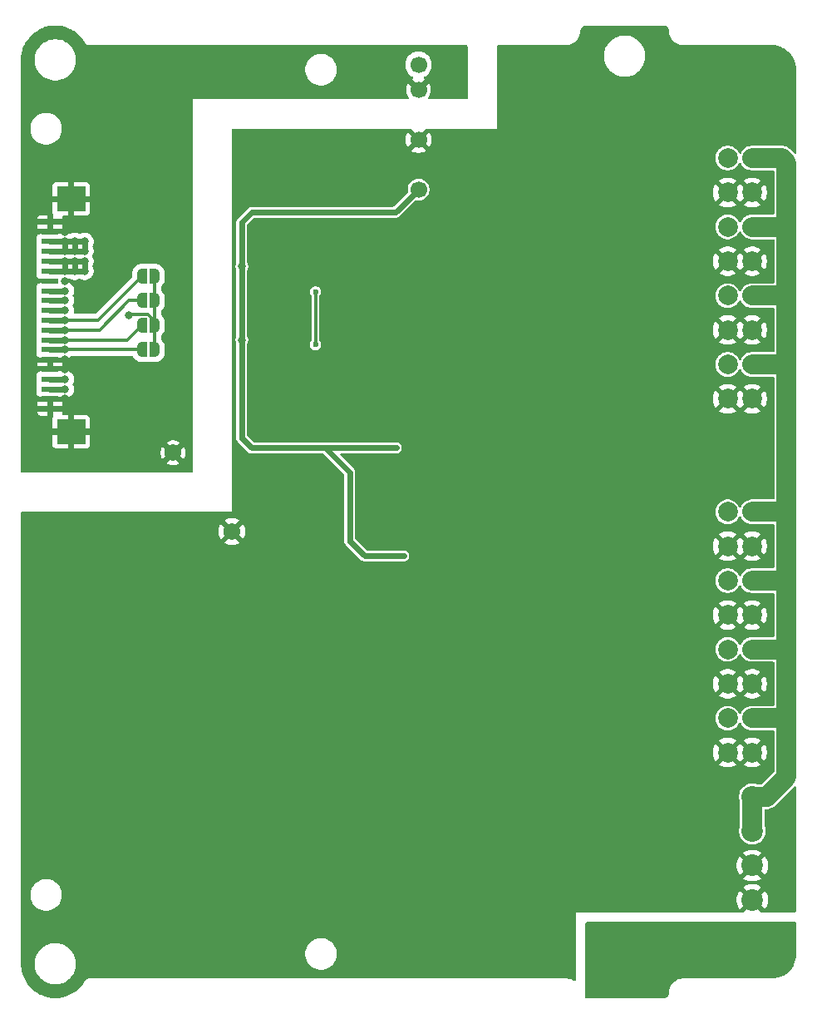
<source format=gbr>
%TF.GenerationSoftware,KiCad,Pcbnew,9.0.2*%
%TF.CreationDate,2025-06-28T17:30:13+03:00*%
%TF.ProjectId,PMCNV-AI8IU,504d434e-562d-4414-9938-49552e6b6963,rev?*%
%TF.SameCoordinates,Original*%
%TF.FileFunction,Copper,L2,Bot*%
%TF.FilePolarity,Positive*%
%FSLAX46Y46*%
G04 Gerber Fmt 4.6, Leading zero omitted, Abs format (unit mm)*
G04 Created by KiCad (PCBNEW 9.0.2) date 2025-06-28 17:30:13*
%MOMM*%
%LPD*%
G01*
G04 APERTURE LIST*
G04 Aperture macros list*
%AMFreePoly0*
4,1,23,0.500000,-0.750000,0.000000,-0.750000,0.000000,-0.745722,-0.065263,-0.745722,-0.191342,-0.711940,-0.304381,-0.646677,-0.396677,-0.554381,-0.461940,-0.441342,-0.495722,-0.315263,-0.495722,-0.250000,-0.500000,-0.250000,-0.500000,0.250000,-0.495722,0.250000,-0.495722,0.315263,-0.461940,0.441342,-0.396677,0.554381,-0.304381,0.646677,-0.191342,0.711940,-0.065263,0.745722,0.000000,0.745722,
0.000000,0.750000,0.500000,0.750000,0.500000,-0.750000,0.500000,-0.750000,$1*%
%AMFreePoly1*
4,1,23,0.000000,0.745722,0.065263,0.745722,0.191342,0.711940,0.304381,0.646677,0.396677,0.554381,0.461940,0.441342,0.495722,0.315263,0.495722,0.250000,0.500000,0.250000,0.500000,-0.250000,0.495722,-0.250000,0.495722,-0.315263,0.461940,-0.441342,0.396677,-0.554381,0.304381,-0.646677,0.191342,-0.711940,0.065263,-0.745722,0.000000,-0.745722,0.000000,-0.750000,-0.500000,-0.750000,
-0.500000,0.750000,0.000000,0.750000,0.000000,0.745722,0.000000,0.745722,$1*%
G04 Aperture macros list end*
%TA.AperFunction,SMDPad,CuDef*%
%ADD10R,1.800000X0.600000*%
%TD*%
%TA.AperFunction,SMDPad,CuDef*%
%ADD11R,3.000000X2.600000*%
%TD*%
%TA.AperFunction,ComponentPad*%
%ADD12C,2.000000*%
%TD*%
%TA.AperFunction,ComponentPad*%
%ADD13C,1.700000*%
%TD*%
%TA.AperFunction,ComponentPad*%
%ADD14O,6.350000X6.350000*%
%TD*%
%TA.AperFunction,ComponentPad*%
%ADD15C,2.200000*%
%TD*%
%TA.AperFunction,ComponentPad*%
%ADD16C,1.725000*%
%TD*%
%TA.AperFunction,SMDPad,CuDef*%
%ADD17FreePoly0,0.000000*%
%TD*%
%TA.AperFunction,SMDPad,CuDef*%
%ADD18FreePoly1,0.000000*%
%TD*%
%TA.AperFunction,ViaPad*%
%ADD19C,0.800000*%
%TD*%
%TA.AperFunction,ViaPad*%
%ADD20C,0.600000*%
%TD*%
%TA.AperFunction,Conductor*%
%ADD21C,0.300000*%
%TD*%
%TA.AperFunction,Conductor*%
%ADD22C,0.600000*%
%TD*%
%TA.AperFunction,Conductor*%
%ADD23C,2.000000*%
%TD*%
G04 APERTURE END LIST*
D10*
%TO.P,JM2,1,Pin_1*%
%TO.N,GND_MCU*%
X-36546000Y29500000D03*
%TO.P,JM2,2,Pin_2*%
X-36546000Y28500000D03*
%TO.P,JM2,3,Pin_3*%
%TO.N,+5V_MCU*%
X-36546000Y27500000D03*
%TO.P,JM2,4,Pin_4*%
X-36546000Y26500000D03*
%TO.P,JM2,5,Pin_5*%
%TO.N,+3.3V_MCU*%
X-36546000Y25500000D03*
%TO.P,JM2,6,Pin_6*%
X-36546000Y24500000D03*
%TO.P,JM2,7,Pin_7*%
%TO.N,GND_MCU*%
X-36546000Y23500000D03*
%TO.P,JM2,8,Pin_8*%
%TO.N,/MOSI_MCU*%
X-36546000Y22500000D03*
%TO.P,JM2,9,Pin_9*%
%TO.N,/MISO_MCU*%
X-36546000Y21500000D03*
%TO.P,JM2,10,Pin_10*%
%TO.N,/SCK_MCU*%
X-36546000Y20500000D03*
%TO.P,JM2,11,Pin_11*%
%TO.N,/CS0_MCU*%
X-36546000Y19500000D03*
%TO.P,JM2,12,Pin_11*%
%TO.N,/CS1_MCU*%
X-36546000Y18500000D03*
%TO.P,JM2,13,Pin_11*%
%TO.N,/CS2_MCU*%
X-36546000Y17500000D03*
%TO.P,JM2,14,Pin_11*%
%TO.N,/CS3_MCU*%
X-36546000Y16500000D03*
%TO.P,JM2,15,Pin_11*%
%TO.N,GND_MCU*%
X-36546000Y15500000D03*
%TO.P,JM2,16,Pin_11*%
X-36546000Y14500000D03*
%TO.P,JM2,17,Pin_11*%
%TO.N,/SDA_MCU*%
X-36546000Y13500000D03*
%TO.P,JM2,18,Pin_11*%
%TO.N,/SCL_MCU*%
X-36546000Y12500000D03*
%TO.P,JM2,19,Pin_11*%
%TO.N,GND_MCU*%
X-36546000Y11500000D03*
%TO.P,JM2,20,Pin_11*%
X-36546000Y10500000D03*
D11*
%TO.P,JM2,MP1,Pin_11*%
X-34375000Y31850000D03*
%TO.P,JM2,MP2,Pin_11*%
X-34375000Y8150000D03*
%TD*%
D12*
%TO.P,J5,1,Pin_1*%
%TO.N,GND_CNV*%
X32500000Y-24500000D03*
%TO.P,J5,2,Pin_3*%
%TO.N,/7.SIG+*%
X32500000Y-21000000D03*
%TO.P,J5,3,3*%
%TO.N,GND_CNV*%
X32500000Y-17500000D03*
%TO.P,J5,4,4*%
%TO.N,/6.SIG+*%
X32500000Y-14000000D03*
%TO.P,J5,5,Pin_9*%
%TO.N,GND_CNV*%
X32500000Y-10500000D03*
%TO.P,J5,6,Pin_9*%
%TO.N,/5.SIG+*%
X32500000Y-7000000D03*
%TO.P,J5,7,Pin_9*%
%TO.N,GND_CNV*%
X32500000Y-3500000D03*
%TO.P,J5,8,Pin_9*%
%TO.N,/4.SIG+*%
X32500000Y0D03*
%TO.P,J5,9,Pin_2*%
%TO.N,GND_CNV*%
X35000000Y-24500000D03*
%TO.P,J5,10,Pin_4*%
%TO.N,+24V_CNV*%
X35000000Y-21000000D03*
%TO.P,J5,11,Pin_6*%
%TO.N,GND_CNV*%
X35000000Y-17500000D03*
%TO.P,J5,12,Pin_8*%
%TO.N,+24V_CNV*%
X35000000Y-14000000D03*
%TO.P,J5,13,Pin_10*%
%TO.N,GND_CNV*%
X35000000Y-10500000D03*
%TO.P,J5,14,Pin_10*%
%TO.N,+24V_CNV*%
X35000000Y-7000000D03*
%TO.P,J5,15,Pin_10*%
%TO.N,GND_CNV*%
X35000000Y-3500000D03*
%TO.P,J5,16,Pin_10*%
%TO.N,+24V_CNV*%
X35000000Y0D03*
%TD*%
%TO.P,J4,1,Pin_1*%
%TO.N,GND_CNV*%
X32500000Y11500000D03*
%TO.P,J4,2,Pin_3*%
%TO.N,/3.SIG+*%
X32500000Y15000000D03*
%TO.P,J4,3,3*%
%TO.N,GND_CNV*%
X32500000Y18500000D03*
%TO.P,J4,4,4*%
%TO.N,/2.SIG+*%
X32500000Y22000000D03*
%TO.P,J4,5,Pin_9*%
%TO.N,GND_CNV*%
X32500000Y25500000D03*
%TO.P,J4,6,Pin_9*%
%TO.N,/1.SIG+*%
X32500000Y29000000D03*
%TO.P,J4,7,Pin_9*%
%TO.N,GND_CNV*%
X32500000Y32500000D03*
%TO.P,J4,8,Pin_9*%
%TO.N,/0.SIG+*%
X32500000Y36000000D03*
%TO.P,J4,9,Pin_2*%
%TO.N,GND_CNV*%
X35000000Y11500000D03*
%TO.P,J4,10,Pin_4*%
%TO.N,+24V_CNV*%
X35000000Y15000000D03*
%TO.P,J4,11,Pin_6*%
%TO.N,GND_CNV*%
X35000000Y18500000D03*
%TO.P,J4,12,Pin_8*%
%TO.N,+24V_CNV*%
X35000000Y22000000D03*
%TO.P,J4,13,Pin_10*%
%TO.N,GND_CNV*%
X35000000Y25500000D03*
%TO.P,J4,14,Pin_10*%
%TO.N,+24V_CNV*%
X35000000Y29000000D03*
%TO.P,J4,15,Pin_10*%
%TO.N,GND_CNV*%
X35000000Y32500000D03*
%TO.P,J4,16,Pin_10*%
%TO.N,+24V_CNV*%
X35000000Y36000000D03*
%TD*%
D13*
%TO.P,PS1,1,Vin*%
%TO.N,+5V_MCU*%
X1000000Y45500000D03*
%TO.P,PS1,2,GND*%
%TO.N,GND_MCU*%
X1000000Y42960000D03*
%TO.P,PS1,4,0V*%
%TO.N,GND_CNV*%
X1000000Y37880000D03*
%TO.P,PS1,6,+V*%
%TO.N,+5V_CNV*%
X1000000Y32800000D03*
%TD*%
D14*
%TO.P,D9,1,1*%
%TO.N,PE*%
X22000000Y-46000000D03*
%TD*%
D15*
%TO.P,J6,1,Pin_1*%
%TO.N,PE*%
X35000000Y-43000000D03*
%TO.P,J6,2,Pin_2*%
%TO.N,GND_CNV*%
X35000000Y-39500000D03*
%TO.P,J6,3,Pin_3*%
X35000000Y-36000000D03*
%TO.P,J6,4,Pin_4*%
%TO.N,+24V_CNV*%
X35000000Y-32500000D03*
%TO.P,J6,5,Pin_5*%
X35000000Y-29000000D03*
%TD*%
D16*
%TO.P,U2,1*%
%TO.N,GND_MCU*%
X-24000000Y6000000D03*
%TD*%
%TO.P,U5,1*%
%TO.N,GND_CNV*%
X-18000000Y-2000000D03*
%TD*%
D17*
%TO.P,JP4,1,A*%
%TO.N,/CS3_MCU*%
X-27150000Y16500000D03*
D18*
%TO.P,JP4,2,B*%
%TO.N,/CS_MCU*%
X-25850000Y16500000D03*
%TD*%
D17*
%TO.P,JP2,1,A*%
%TO.N,/CS1_MCU*%
X-27150000Y21500000D03*
D18*
%TO.P,JP2,2,B*%
%TO.N,/CS_MCU*%
X-25850000Y21500000D03*
%TD*%
D17*
%TO.P,JP1,1,A*%
%TO.N,/CS0_MCU*%
X-27150000Y24000000D03*
D18*
%TO.P,JP1,2,B*%
%TO.N,/CS_MCU*%
X-25850000Y24000000D03*
%TD*%
D17*
%TO.P,JP3,1,A*%
%TO.N,/CS2_MCU*%
X-27150000Y19000000D03*
D18*
%TO.P,JP3,2,B*%
%TO.N,/CS_MCU*%
X-25850000Y19000000D03*
%TD*%
D19*
%TO.N,GND_MCU*%
X-33000000Y34000000D03*
X-34500000Y34000000D03*
X-36000000Y34000000D03*
X-33000000Y6000000D03*
X-34500000Y6000000D03*
X-36000000Y6000000D03*
X-24000000Y28500000D03*
X-23000000Y27500000D03*
X-24000000Y26500000D03*
X-30750000Y24500000D03*
%TO.N,+5V_CNV*%
X-17000000Y17500000D03*
X-17000000Y25000000D03*
%TO.N,/CS_MCU*%
X-28500000Y20000000D03*
%TO.N,/CS3_MCU*%
X-35000000Y16500000D03*
%TO.N,/CS2_MCU*%
X-35000000Y17500000D03*
%TO.N,/CS1_MCU*%
X-35000000Y18500000D03*
%TO.N,/CS0_MCU*%
X-35000000Y19500000D03*
%TO.N,/SCK_MCU*%
X-35000000Y20500000D03*
%TO.N,/MISO_MCU*%
X-35000000Y21500000D03*
%TO.N,/MOSI_MCU*%
X-35000000Y22500000D03*
%TO.N,+3.3V_MCU*%
X-34000000Y24500000D03*
X-35000000Y24500000D03*
X-33000000Y24500000D03*
X-34000000Y25500000D03*
X-35000000Y25500000D03*
X-33000000Y25500000D03*
%TO.N,+5V_MCU*%
X-33000000Y26500000D03*
X-34000000Y26500000D03*
X-35000000Y26500000D03*
X-33000000Y27500000D03*
X-34000000Y27500000D03*
X-35000000Y27500000D03*
%TO.N,GND_MCU*%
X-35000000Y29500000D03*
X-35000000Y28500000D03*
X-35000000Y23500000D03*
X-35000000Y15500000D03*
X-35000000Y14500000D03*
%TO.N,/SDA_MCU*%
X-35000000Y13500000D03*
%TO.N,/SCL_MCU*%
X-35000000Y12500000D03*
%TO.N,GND_MCU*%
X-35000000Y11500000D03*
X-35000000Y10500000D03*
D20*
%TO.N,+5V_CNV*%
X-1250000Y6500000D03*
X-500000Y-4500000D03*
X-4000000Y-4500000D03*
%TO.N,/MOSI_CNV*%
X-9500000Y17000000D03*
X-9500000Y22405000D03*
%TD*%
D21*
%TO.N,/MOSI_CNV*%
X-9500000Y22405000D02*
X-9500000Y17000000D01*
D22*
%TO.N,+5V_CNV*%
X-17000000Y23000000D02*
X-17000000Y16500000D01*
X-17000000Y16500000D02*
X-17000000Y7500000D01*
X-16000000Y6500000D02*
X-8500000Y6500000D01*
X-8500000Y6500000D02*
X-6000000Y4000000D01*
X-6000000Y4000000D02*
X-6000000Y-3000000D01*
X-6000000Y-3000000D02*
X-4500000Y-4500000D01*
X-4500000Y-4500000D02*
X-4000000Y-4500000D01*
X1000000Y32800000D02*
X-1300000Y30500000D01*
X-1300000Y30500000D02*
X-16000000Y30500000D01*
X-17000000Y29500000D02*
X-17000000Y23000000D01*
X-16000000Y30500000D02*
X-17000000Y29500000D01*
X-17000000Y7500000D02*
X-16000000Y6500000D01*
X-1250000Y6500000D02*
X-16000000Y6500000D01*
D21*
%TO.N,/CS1_MCU*%
X-27150000Y21500000D02*
X-28500000Y21500000D01*
X-28500000Y21500000D02*
X-31500000Y18500000D01*
X-31500000Y18500000D02*
X-35000000Y18500000D01*
%TO.N,/CS0_MCU*%
X-35000000Y19500000D02*
X-31650000Y19500000D01*
X-31650000Y19500000D02*
X-27150000Y24000000D01*
D22*
X-35000000Y19500000D02*
X-36546000Y19500000D01*
D21*
%TO.N,/CS2_MCU*%
X-27150000Y19000000D02*
X-28650000Y17500000D01*
X-28650000Y17500000D02*
X-35000000Y17500000D01*
%TO.N,/CS3_MCU*%
X-27150000Y16500000D02*
X-35000000Y16500000D01*
D22*
X-35000000Y16500000D02*
X-36546000Y16500000D01*
%TO.N,/CS2_MCU*%
X-35000000Y17500000D02*
X-36546000Y17500000D01*
%TO.N,/CS1_MCU*%
X-35000000Y18500000D02*
X-36546000Y18500000D01*
%TO.N,/SCK_MCU*%
X-35000000Y20500000D02*
X-36546000Y20500000D01*
%TO.N,/MISO_MCU*%
X-35000000Y21500000D02*
X-36546000Y21500000D01*
%TO.N,/MOSI_MCU*%
X-35000000Y22500000D02*
X-36546000Y22500000D01*
%TO.N,+3.3V_MCU*%
X-33000000Y25500000D02*
X-33000000Y24500000D01*
X-34000000Y25500000D02*
X-34000000Y24500000D01*
X-35000000Y25500000D02*
X-35000000Y24500000D01*
X-33000000Y24500000D02*
X-36546000Y24500000D01*
X-33000000Y25500000D02*
X-36546000Y25500000D01*
%TO.N,+5V_MCU*%
X-35000000Y27500000D02*
X-35000000Y26500000D01*
X-34000000Y27500000D02*
X-34000000Y26500000D01*
X-33000000Y27500000D02*
X-33000000Y26500000D01*
X-33000000Y26500000D02*
X-34000000Y26500000D01*
X-34000000Y26500000D02*
X-35000000Y26500000D01*
X-35000000Y26500000D02*
X-36546000Y26500000D01*
X-33000000Y27500000D02*
X-34000000Y27500000D01*
X-34000000Y27500000D02*
X-35000000Y27500000D01*
X-35000000Y27500000D02*
X-36546000Y27500000D01*
%TO.N,/SDA_MCU*%
X-35000000Y13500000D02*
X-36546000Y13500000D01*
%TO.N,/SCL_MCU*%
X-35000000Y12500000D02*
X-36546000Y12500000D01*
D23*
%TO.N,+24V_CNV*%
X35000000Y22000000D02*
X38500000Y22000000D01*
X38500000Y-21000000D02*
X38500000Y-14000000D01*
X36500000Y-29000000D02*
X38500000Y-27000000D01*
X35000000Y0D02*
X38500000Y0D01*
X38500000Y-7000000D02*
X35000000Y-7000000D01*
X38500000Y22000000D02*
X38500000Y29000000D01*
X35000000Y-29000000D02*
X36500000Y-29000000D01*
X38500000Y-7000000D02*
X38500000Y0D01*
X38500000Y29000000D02*
X38500000Y35500000D01*
X38000000Y36000000D02*
X35000000Y36000000D01*
X38500000Y15000000D02*
X38500000Y22000000D01*
X38500000Y0D02*
X38500000Y15000000D01*
X35000000Y-32500000D02*
X35000000Y-29000000D01*
X35000000Y-21000000D02*
X38500000Y-21000000D01*
X35000000Y29000000D02*
X38500000Y29000000D01*
X38500000Y35500000D02*
X38000000Y36000000D01*
X35000000Y-14000000D02*
X38500000Y-14000000D01*
X38500000Y-14000000D02*
X38500000Y-7000000D01*
X35000000Y15000000D02*
X38500000Y15000000D01*
X38500000Y-27000000D02*
X38500000Y-21000000D01*
D22*
%TO.N,+5V_CNV*%
X-4000000Y-4500000D02*
X-500000Y-4500000D01*
D21*
%TO.N,/CS_MCU*%
X-25850000Y24000000D02*
X-25850000Y21500000D01*
X-25850000Y19000000D02*
X-25850000Y16500000D01*
X-25850000Y21500000D02*
X-25850000Y19000000D01*
X-28500000Y20000000D02*
X-28444000Y20056000D01*
X-28444000Y20056000D02*
X-26523248Y20056000D01*
X-25850000Y19382752D02*
X-25850000Y19000000D01*
X-26523248Y20056000D02*
X-25850000Y19382752D01*
%TD*%
%TA.AperFunction,Conductor*%
%TO.N,PE*%
G36*
X39442539Y-41769685D02*
G01*
X39488294Y-41822489D01*
X39499500Y-41874000D01*
X39499500Y-44996249D01*
X39499274Y-45003736D01*
X39481728Y-45293794D01*
X39479923Y-45308659D01*
X39428219Y-45590798D01*
X39424635Y-45605336D01*
X39339306Y-45879167D01*
X39333997Y-45893168D01*
X39216275Y-46154736D01*
X39209316Y-46167995D01*
X39060928Y-46413459D01*
X39052422Y-46425782D01*
X38875526Y-46651573D01*
X38865596Y-46662781D01*
X38662781Y-46865596D01*
X38651573Y-46875526D01*
X38425782Y-47052422D01*
X38413459Y-47060928D01*
X38167995Y-47209316D01*
X38154736Y-47216275D01*
X37893168Y-47333997D01*
X37879167Y-47339306D01*
X37605336Y-47424635D01*
X37590798Y-47428219D01*
X37308659Y-47479923D01*
X37293794Y-47481728D01*
X37003736Y-47499274D01*
X36996249Y-47499500D01*
X27892682Y-47499500D01*
X27680235Y-47530044D01*
X27680225Y-47530047D01*
X27474284Y-47590517D01*
X27279061Y-47679672D01*
X27279048Y-47679679D01*
X27098485Y-47795720D01*
X26936275Y-47936275D01*
X26795720Y-48098485D01*
X26679679Y-48279048D01*
X26679672Y-48279061D01*
X26590517Y-48474284D01*
X26530047Y-48680225D01*
X26530044Y-48680235D01*
X26499500Y-48892682D01*
X26499500Y-48993038D01*
X26498720Y-49006923D01*
X26488540Y-49097264D01*
X26482362Y-49124333D01*
X26454648Y-49203537D01*
X26442600Y-49228555D01*
X26397957Y-49299604D01*
X26380644Y-49321313D01*
X26321313Y-49380644D01*
X26299604Y-49397957D01*
X26228555Y-49442600D01*
X26203537Y-49454648D01*
X26124333Y-49482362D01*
X26097264Y-49488540D01*
X26017075Y-49497576D01*
X26006921Y-49498720D01*
X25993038Y-49499500D01*
X18124000Y-49499500D01*
X18056961Y-49479815D01*
X18011206Y-49427011D01*
X18000000Y-49375500D01*
X18000000Y-41874000D01*
X18019685Y-41806961D01*
X18072489Y-41761206D01*
X18124000Y-41750000D01*
X39375500Y-41750000D01*
X39442539Y-41769685D01*
G37*
%TD.AperFunction*%
%TD*%
%TA.AperFunction,Conductor*%
%TO.N,GND_CNV*%
G36*
X26006922Y49498720D02*
G01*
X26097266Y49488541D01*
X26124331Y49482364D01*
X26203540Y49454648D01*
X26228553Y49442602D01*
X26299606Y49397957D01*
X26321313Y49380645D01*
X26380644Y49321314D01*
X26397957Y49299605D01*
X26442600Y49228556D01*
X26454648Y49203538D01*
X26482362Y49124334D01*
X26488540Y49097265D01*
X26498720Y49006924D01*
X26499500Y48993039D01*
X26499500Y48892683D01*
X26530044Y48680236D01*
X26530047Y48680226D01*
X26590517Y48474285D01*
X26679672Y48279062D01*
X26679679Y48279049D01*
X26680403Y48277923D01*
X26794425Y48100500D01*
X26795720Y48098486D01*
X26936275Y47936276D01*
X26992078Y47887923D01*
X27098487Y47795719D01*
X27175239Y47746394D01*
X27279048Y47679680D01*
X27279061Y47679673D01*
X27474284Y47590518D01*
X27474288Y47590517D01*
X27474290Y47590516D01*
X27680231Y47530046D01*
X27680232Y47530046D01*
X27680235Y47530045D01*
X27743584Y47520938D01*
X27892682Y47499500D01*
X27934108Y47499500D01*
X36934108Y47499500D01*
X36996249Y47499500D01*
X37003736Y47499274D01*
X37293796Y47481729D01*
X37308659Y47479924D01*
X37590798Y47428220D01*
X37605335Y47424637D01*
X37879172Y47339305D01*
X37893163Y47334000D01*
X38154743Y47216273D01*
X38167989Y47209320D01*
X38413465Y47060925D01*
X38425776Y47052427D01*
X38472520Y47015806D01*
X38651573Y46875527D01*
X38662781Y46865597D01*
X38865596Y46662782D01*
X38875526Y46651574D01*
X39007406Y46483241D01*
X39052422Y46425783D01*
X39060926Y46413463D01*
X39158337Y46252326D01*
X39209316Y46167996D01*
X39216275Y46154737D01*
X39333997Y45893169D01*
X39339306Y45879168D01*
X39424635Y45605337D01*
X39428219Y45590799D01*
X39479923Y45308660D01*
X39481728Y45293795D01*
X39499274Y45003737D01*
X39499500Y44996250D01*
X39499500Y36568337D01*
X39479815Y36501298D01*
X39427011Y36455543D01*
X39357853Y36445599D01*
X39294297Y36474624D01*
X39287819Y36480656D01*
X38814648Y36953826D01*
X38814646Y36953828D01*
X38655405Y37069524D01*
X38480030Y37158883D01*
X38292826Y37219710D01*
X38098422Y37250500D01*
X38098417Y37250500D01*
X34901583Y37250500D01*
X34901578Y37250500D01*
X34707173Y37219710D01*
X34519970Y37158883D01*
X34344594Y37069524D01*
X34253741Y37003515D01*
X34185354Y36953828D01*
X34185352Y36953826D01*
X34185351Y36953826D01*
X34046174Y36814649D01*
X34046174Y36814648D01*
X34046172Y36814646D01*
X34009906Y36764730D01*
X33930476Y36655406D01*
X33860485Y36518040D01*
X33812510Y36467244D01*
X33744689Y36450449D01*
X33678554Y36472986D01*
X33639515Y36518040D01*
X33569523Y36655406D01*
X33453828Y36814646D01*
X33314646Y36953828D01*
X33155405Y37069524D01*
X32980029Y37158883D01*
X32792826Y37219710D01*
X32598422Y37250500D01*
X32598417Y37250500D01*
X32401583Y37250500D01*
X32401578Y37250500D01*
X32207173Y37219710D01*
X32019970Y37158883D01*
X31844594Y37069524D01*
X31753741Y37003515D01*
X31685354Y36953828D01*
X31685352Y36953826D01*
X31685351Y36953826D01*
X31546174Y36814649D01*
X31546174Y36814648D01*
X31546172Y36814646D01*
X31509906Y36764730D01*
X31430476Y36655406D01*
X31341117Y36480030D01*
X31280290Y36292827D01*
X31249500Y36098423D01*
X31249500Y35901578D01*
X31280290Y35707174D01*
X31341117Y35519971D01*
X31430476Y35344595D01*
X31546172Y35185354D01*
X31685354Y35046172D01*
X31844595Y34930476D01*
X31927455Y34888257D01*
X32019970Y34841118D01*
X32019972Y34841118D01*
X32019975Y34841116D01*
X32120317Y34808513D01*
X32207173Y34780291D01*
X32401578Y34749500D01*
X32401583Y34749500D01*
X32598422Y34749500D01*
X32792826Y34780291D01*
X32980025Y34841116D01*
X33155405Y34930476D01*
X33314646Y35046172D01*
X33453828Y35185354D01*
X33569524Y35344595D01*
X33639515Y35481962D01*
X33687489Y35532757D01*
X33755310Y35549552D01*
X33821445Y35527015D01*
X33860484Y35481962D01*
X33930476Y35344595D01*
X34046172Y35185354D01*
X34185354Y35046172D01*
X34344595Y34930476D01*
X34427455Y34888257D01*
X34519970Y34841118D01*
X34519972Y34841118D01*
X34519975Y34841116D01*
X34620317Y34808513D01*
X34707173Y34780291D01*
X34901578Y34749500D01*
X34901583Y34749500D01*
X37125500Y34749500D01*
X37192539Y34729815D01*
X37238294Y34677011D01*
X37249500Y34625500D01*
X37249500Y30374500D01*
X37229815Y30307461D01*
X37177011Y30261706D01*
X37125500Y30250500D01*
X34901578Y30250500D01*
X34707173Y30219710D01*
X34519970Y30158883D01*
X34344594Y30069524D01*
X34256166Y30005276D01*
X34185354Y29953828D01*
X34185352Y29953826D01*
X34185351Y29953826D01*
X34046174Y29814649D01*
X34046174Y29814648D01*
X34046172Y29814646D01*
X34041436Y29808127D01*
X33930476Y29655406D01*
X33860485Y29518040D01*
X33812510Y29467244D01*
X33744689Y29450449D01*
X33678554Y29472986D01*
X33639515Y29518040D01*
X33569523Y29655406D01*
X33544575Y29689744D01*
X33453828Y29814646D01*
X33314646Y29953828D01*
X33155405Y30069524D01*
X32980029Y30158883D01*
X32792826Y30219710D01*
X32598422Y30250500D01*
X32598417Y30250500D01*
X32401583Y30250500D01*
X32401578Y30250500D01*
X32207173Y30219710D01*
X32019970Y30158883D01*
X31844594Y30069524D01*
X31756166Y30005276D01*
X31685354Y29953828D01*
X31685352Y29953826D01*
X31685351Y29953826D01*
X31546174Y29814649D01*
X31546174Y29814648D01*
X31546172Y29814646D01*
X31541436Y29808127D01*
X31430476Y29655406D01*
X31341117Y29480030D01*
X31280290Y29292827D01*
X31249500Y29098423D01*
X31249500Y28901578D01*
X31280290Y28707174D01*
X31341117Y28519971D01*
X31383938Y28435931D01*
X31430476Y28344595D01*
X31546172Y28185354D01*
X31685354Y28046172D01*
X31844595Y27930476D01*
X31927455Y27888257D01*
X32019970Y27841118D01*
X32019972Y27841118D01*
X32019975Y27841116D01*
X32120317Y27808513D01*
X32207173Y27780291D01*
X32401578Y27749500D01*
X32401583Y27749500D01*
X32598422Y27749500D01*
X32792826Y27780291D01*
X32980025Y27841116D01*
X33155405Y27930476D01*
X33314646Y28046172D01*
X33453828Y28185354D01*
X33569524Y28344595D01*
X33639515Y28481962D01*
X33687489Y28532757D01*
X33755310Y28549552D01*
X33821445Y28527015D01*
X33860484Y28481962D01*
X33930476Y28344595D01*
X34046172Y28185354D01*
X34185354Y28046172D01*
X34344595Y27930476D01*
X34427455Y27888257D01*
X34519970Y27841118D01*
X34519972Y27841118D01*
X34519975Y27841116D01*
X34620317Y27808513D01*
X34707173Y27780291D01*
X34901578Y27749500D01*
X34901583Y27749500D01*
X37125500Y27749500D01*
X37192539Y27729815D01*
X37238294Y27677011D01*
X37249500Y27625500D01*
X37249500Y23374500D01*
X37229815Y23307461D01*
X37177011Y23261706D01*
X37125500Y23250500D01*
X34901578Y23250500D01*
X34707173Y23219710D01*
X34519970Y23158883D01*
X34344594Y23069524D01*
X34275604Y23019399D01*
X34185354Y22953828D01*
X34185352Y22953826D01*
X34185351Y22953826D01*
X34046174Y22814649D01*
X34046174Y22814648D01*
X34046172Y22814646D01*
X34041436Y22808127D01*
X33930476Y22655406D01*
X33860485Y22518040D01*
X33812510Y22467244D01*
X33744689Y22450449D01*
X33678554Y22472986D01*
X33639515Y22518040D01*
X33569523Y22655406D01*
X33544575Y22689744D01*
X33453828Y22814646D01*
X33314646Y22953828D01*
X33155405Y23069524D01*
X33091157Y23102260D01*
X32980029Y23158883D01*
X32792826Y23219710D01*
X32598422Y23250500D01*
X32598417Y23250500D01*
X32401583Y23250500D01*
X32401578Y23250500D01*
X32207173Y23219710D01*
X32019970Y23158883D01*
X31844594Y23069524D01*
X31775604Y23019399D01*
X31685354Y22953828D01*
X31685352Y22953826D01*
X31685351Y22953826D01*
X31546174Y22814649D01*
X31546174Y22814648D01*
X31546172Y22814646D01*
X31541436Y22808127D01*
X31430476Y22655406D01*
X31341117Y22480030D01*
X31280290Y22292827D01*
X31249500Y22098423D01*
X31249500Y21901578D01*
X31280290Y21707174D01*
X31341117Y21519971D01*
X31383938Y21435931D01*
X31430476Y21344595D01*
X31546172Y21185354D01*
X31685354Y21046172D01*
X31844595Y20930476D01*
X31927455Y20888257D01*
X32019970Y20841118D01*
X32019972Y20841118D01*
X32019975Y20841116D01*
X32120317Y20808513D01*
X32207173Y20780291D01*
X32401578Y20749500D01*
X32401583Y20749500D01*
X32598422Y20749500D01*
X32792826Y20780291D01*
X32980025Y20841116D01*
X33155405Y20930476D01*
X33314646Y21046172D01*
X33453828Y21185354D01*
X33569524Y21344595D01*
X33639515Y21481962D01*
X33687489Y21532757D01*
X33755310Y21549552D01*
X33821445Y21527015D01*
X33860484Y21481962D01*
X33930476Y21344595D01*
X34046172Y21185354D01*
X34185354Y21046172D01*
X34344595Y20930476D01*
X34427455Y20888257D01*
X34519970Y20841118D01*
X34519972Y20841118D01*
X34519975Y20841116D01*
X34620317Y20808513D01*
X34707173Y20780291D01*
X34901578Y20749500D01*
X34901583Y20749500D01*
X37125500Y20749500D01*
X37192539Y20729815D01*
X37238294Y20677011D01*
X37249500Y20625500D01*
X37249500Y16374500D01*
X37229815Y16307461D01*
X37177011Y16261706D01*
X37125500Y16250500D01*
X34901578Y16250500D01*
X34707173Y16219710D01*
X34519970Y16158883D01*
X34344594Y16069524D01*
X34275604Y16019399D01*
X34185354Y15953828D01*
X34185352Y15953826D01*
X34185351Y15953826D01*
X34046174Y15814649D01*
X34046174Y15814648D01*
X34046172Y15814646D01*
X34041436Y15808127D01*
X33930476Y15655406D01*
X33860485Y15518040D01*
X33812510Y15467244D01*
X33744689Y15450449D01*
X33678554Y15472986D01*
X33639515Y15518040D01*
X33569523Y15655406D01*
X33453828Y15814646D01*
X33314646Y15953828D01*
X33155405Y16069524D01*
X33124382Y16085331D01*
X32980029Y16158883D01*
X32792826Y16219710D01*
X32598422Y16250500D01*
X32598417Y16250500D01*
X32401583Y16250500D01*
X32401578Y16250500D01*
X32207173Y16219710D01*
X32019970Y16158883D01*
X31844594Y16069524D01*
X31775604Y16019399D01*
X31685354Y15953828D01*
X31685352Y15953826D01*
X31685351Y15953826D01*
X31546174Y15814649D01*
X31546174Y15814648D01*
X31546172Y15814646D01*
X31541436Y15808127D01*
X31430476Y15655406D01*
X31341117Y15480030D01*
X31280290Y15292827D01*
X31249500Y15098423D01*
X31249500Y14901578D01*
X31280290Y14707174D01*
X31341117Y14519971D01*
X31383938Y14435931D01*
X31430476Y14344595D01*
X31546172Y14185354D01*
X31685354Y14046172D01*
X31844595Y13930476D01*
X31927455Y13888257D01*
X32019970Y13841118D01*
X32019972Y13841118D01*
X32019975Y13841116D01*
X32120317Y13808513D01*
X32207173Y13780291D01*
X32401578Y13749500D01*
X32401583Y13749500D01*
X32598422Y13749500D01*
X32792826Y13780291D01*
X32980025Y13841116D01*
X33155405Y13930476D01*
X33314646Y14046172D01*
X33453828Y14185354D01*
X33569524Y14344595D01*
X33639515Y14481962D01*
X33687489Y14532757D01*
X33755310Y14549552D01*
X33821445Y14527015D01*
X33860484Y14481962D01*
X33930476Y14344595D01*
X34046172Y14185354D01*
X34185354Y14046172D01*
X34344595Y13930476D01*
X34427455Y13888257D01*
X34519970Y13841118D01*
X34519972Y13841118D01*
X34519975Y13841116D01*
X34620317Y13808513D01*
X34707173Y13780291D01*
X34901578Y13749500D01*
X34901583Y13749500D01*
X37125500Y13749500D01*
X37192539Y13729815D01*
X37238294Y13677011D01*
X37249500Y13625500D01*
X37249500Y1374500D01*
X37229815Y1307461D01*
X37177011Y1261706D01*
X37125500Y1250500D01*
X34901578Y1250500D01*
X34707173Y1219710D01*
X34519970Y1158883D01*
X34344594Y1069524D01*
X34253741Y1003515D01*
X34185354Y953828D01*
X34185352Y953826D01*
X34185351Y953826D01*
X34046174Y814649D01*
X34046174Y814648D01*
X34046172Y814646D01*
X33996485Y746259D01*
X33930476Y655406D01*
X33860485Y518040D01*
X33812510Y467244D01*
X33744689Y450449D01*
X33678554Y472986D01*
X33639515Y518040D01*
X33569523Y655406D01*
X33453828Y814646D01*
X33314646Y953828D01*
X33155405Y1069524D01*
X32980029Y1158883D01*
X32792826Y1219710D01*
X32598422Y1250500D01*
X32598417Y1250500D01*
X32401583Y1250500D01*
X32401578Y1250500D01*
X32207173Y1219710D01*
X32019970Y1158883D01*
X31844594Y1069524D01*
X31753741Y1003515D01*
X31685354Y953828D01*
X31685352Y953826D01*
X31685351Y953826D01*
X31546174Y814649D01*
X31546174Y814648D01*
X31546172Y814646D01*
X31496485Y746259D01*
X31430476Y655406D01*
X31341117Y480030D01*
X31280290Y292827D01*
X31249500Y98423D01*
X31249500Y-98422D01*
X31280290Y-292826D01*
X31341117Y-480029D01*
X31421353Y-637500D01*
X31430476Y-655405D01*
X31546172Y-814646D01*
X31685354Y-953828D01*
X31844595Y-1069524D01*
X31927455Y-1111743D01*
X32019970Y-1158882D01*
X32019972Y-1158882D01*
X32019975Y-1158884D01*
X32120317Y-1191487D01*
X32207173Y-1219709D01*
X32401578Y-1250500D01*
X32401583Y-1250500D01*
X32598422Y-1250500D01*
X32792826Y-1219709D01*
X32980025Y-1158884D01*
X33155405Y-1069524D01*
X33314646Y-953828D01*
X33453828Y-814646D01*
X33569524Y-655405D01*
X33639515Y-518038D01*
X33687489Y-467243D01*
X33755310Y-450448D01*
X33821445Y-472985D01*
X33860484Y-518038D01*
X33930476Y-655405D01*
X34046172Y-814646D01*
X34185354Y-953828D01*
X34344595Y-1069524D01*
X34427455Y-1111743D01*
X34519970Y-1158882D01*
X34519972Y-1158882D01*
X34519975Y-1158884D01*
X34620317Y-1191487D01*
X34707173Y-1219709D01*
X34901578Y-1250500D01*
X34901583Y-1250500D01*
X37125500Y-1250500D01*
X37192539Y-1270185D01*
X37238294Y-1322989D01*
X37249500Y-1374500D01*
X37249500Y-5625500D01*
X37229815Y-5692539D01*
X37177011Y-5738294D01*
X37125500Y-5749500D01*
X34901578Y-5749500D01*
X34707173Y-5780290D01*
X34519970Y-5841117D01*
X34344594Y-5930476D01*
X34253741Y-5996485D01*
X34185354Y-6046172D01*
X34185352Y-6046174D01*
X34185351Y-6046174D01*
X34046174Y-6185351D01*
X34046174Y-6185352D01*
X34046172Y-6185354D01*
X33996485Y-6253741D01*
X33930476Y-6344594D01*
X33860485Y-6481960D01*
X33812510Y-6532756D01*
X33744689Y-6549551D01*
X33678554Y-6527014D01*
X33639515Y-6481960D01*
X33569523Y-6344594D01*
X33453828Y-6185354D01*
X33314646Y-6046172D01*
X33155405Y-5930476D01*
X32980029Y-5841117D01*
X32792826Y-5780290D01*
X32598422Y-5749500D01*
X32598417Y-5749500D01*
X32401583Y-5749500D01*
X32401578Y-5749500D01*
X32207173Y-5780290D01*
X32019970Y-5841117D01*
X31844594Y-5930476D01*
X31753741Y-5996485D01*
X31685354Y-6046172D01*
X31685352Y-6046174D01*
X31685351Y-6046174D01*
X31546174Y-6185351D01*
X31546174Y-6185352D01*
X31546172Y-6185354D01*
X31496485Y-6253741D01*
X31430476Y-6344594D01*
X31341117Y-6519970D01*
X31280290Y-6707173D01*
X31249500Y-6901577D01*
X31249500Y-7098422D01*
X31280290Y-7292826D01*
X31341117Y-7480029D01*
X31430476Y-7655405D01*
X31546172Y-7814646D01*
X31685354Y-7953828D01*
X31844595Y-8069524D01*
X31927455Y-8111743D01*
X32019970Y-8158882D01*
X32019972Y-8158882D01*
X32019975Y-8158884D01*
X32120317Y-8191487D01*
X32207173Y-8219709D01*
X32401578Y-8250500D01*
X32401583Y-8250500D01*
X32598422Y-8250500D01*
X32792826Y-8219709D01*
X32980025Y-8158884D01*
X33155405Y-8069524D01*
X33314646Y-7953828D01*
X33453828Y-7814646D01*
X33569524Y-7655405D01*
X33639515Y-7518038D01*
X33687489Y-7467243D01*
X33755310Y-7450448D01*
X33821445Y-7472985D01*
X33860484Y-7518038D01*
X33930476Y-7655405D01*
X34046172Y-7814646D01*
X34185354Y-7953828D01*
X34344595Y-8069524D01*
X34427455Y-8111743D01*
X34519970Y-8158882D01*
X34519972Y-8158882D01*
X34519975Y-8158884D01*
X34620317Y-8191487D01*
X34707173Y-8219709D01*
X34901578Y-8250500D01*
X34901583Y-8250500D01*
X37125500Y-8250500D01*
X37192539Y-8270185D01*
X37238294Y-8322989D01*
X37249500Y-8374500D01*
X37249500Y-12625500D01*
X37229815Y-12692539D01*
X37177011Y-12738294D01*
X37125500Y-12749500D01*
X34901578Y-12749500D01*
X34707173Y-12780290D01*
X34519970Y-12841117D01*
X34344594Y-12930476D01*
X34253741Y-12996485D01*
X34185354Y-13046172D01*
X34185352Y-13046174D01*
X34185351Y-13046174D01*
X34046174Y-13185351D01*
X34046174Y-13185352D01*
X34046172Y-13185354D01*
X33996485Y-13253741D01*
X33930476Y-13344594D01*
X33860485Y-13481960D01*
X33812510Y-13532756D01*
X33744689Y-13549551D01*
X33678554Y-13527014D01*
X33639515Y-13481960D01*
X33569523Y-13344594D01*
X33453828Y-13185354D01*
X33314646Y-13046172D01*
X33155405Y-12930476D01*
X32980029Y-12841117D01*
X32792826Y-12780290D01*
X32598422Y-12749500D01*
X32598417Y-12749500D01*
X32401583Y-12749500D01*
X32401578Y-12749500D01*
X32207173Y-12780290D01*
X32019970Y-12841117D01*
X31844594Y-12930476D01*
X31753741Y-12996485D01*
X31685354Y-13046172D01*
X31685352Y-13046174D01*
X31685351Y-13046174D01*
X31546174Y-13185351D01*
X31546174Y-13185352D01*
X31546172Y-13185354D01*
X31496485Y-13253741D01*
X31430476Y-13344594D01*
X31341117Y-13519970D01*
X31280290Y-13707173D01*
X31249500Y-13901577D01*
X31249500Y-14098422D01*
X31280290Y-14292826D01*
X31341117Y-14480029D01*
X31430476Y-14655405D01*
X31546172Y-14814646D01*
X31685354Y-14953828D01*
X31844595Y-15069524D01*
X31927455Y-15111743D01*
X32019970Y-15158882D01*
X32019972Y-15158882D01*
X32019975Y-15158884D01*
X32120317Y-15191487D01*
X32207173Y-15219709D01*
X32401578Y-15250500D01*
X32401583Y-15250500D01*
X32598422Y-15250500D01*
X32792826Y-15219709D01*
X32980025Y-15158884D01*
X33155405Y-15069524D01*
X33314646Y-14953828D01*
X33453828Y-14814646D01*
X33569524Y-14655405D01*
X33639515Y-14518038D01*
X33687489Y-14467243D01*
X33755310Y-14450448D01*
X33821445Y-14472985D01*
X33860484Y-14518038D01*
X33930476Y-14655405D01*
X34046172Y-14814646D01*
X34185354Y-14953828D01*
X34344595Y-15069524D01*
X34427455Y-15111743D01*
X34519970Y-15158882D01*
X34519972Y-15158882D01*
X34519975Y-15158884D01*
X34620317Y-15191487D01*
X34707173Y-15219709D01*
X34901578Y-15250500D01*
X34901583Y-15250500D01*
X37125500Y-15250500D01*
X37192539Y-15270185D01*
X37238294Y-15322989D01*
X37249500Y-15374500D01*
X37249500Y-19625500D01*
X37229815Y-19692539D01*
X37177011Y-19738294D01*
X37125500Y-19749500D01*
X34901578Y-19749500D01*
X34707173Y-19780290D01*
X34519970Y-19841117D01*
X34344594Y-19930476D01*
X34253741Y-19996485D01*
X34185354Y-20046172D01*
X34185352Y-20046174D01*
X34185351Y-20046174D01*
X34046174Y-20185351D01*
X34046174Y-20185352D01*
X34046172Y-20185354D01*
X33996485Y-20253741D01*
X33930476Y-20344594D01*
X33860485Y-20481960D01*
X33812510Y-20532756D01*
X33744689Y-20549551D01*
X33678554Y-20527014D01*
X33639515Y-20481960D01*
X33569523Y-20344594D01*
X33453828Y-20185354D01*
X33314646Y-20046172D01*
X33155405Y-19930476D01*
X32980029Y-19841117D01*
X32792826Y-19780290D01*
X32598422Y-19749500D01*
X32598417Y-19749500D01*
X32401583Y-19749500D01*
X32401578Y-19749500D01*
X32207173Y-19780290D01*
X32019970Y-19841117D01*
X31844594Y-19930476D01*
X31753741Y-19996485D01*
X31685354Y-20046172D01*
X31685352Y-20046174D01*
X31685351Y-20046174D01*
X31546174Y-20185351D01*
X31546174Y-20185352D01*
X31546172Y-20185354D01*
X31496485Y-20253741D01*
X31430476Y-20344594D01*
X31341117Y-20519970D01*
X31280290Y-20707173D01*
X31249500Y-20901577D01*
X31249500Y-21098422D01*
X31280290Y-21292826D01*
X31341117Y-21480029D01*
X31430476Y-21655405D01*
X31546172Y-21814646D01*
X31685354Y-21953828D01*
X31844595Y-22069524D01*
X31927455Y-22111743D01*
X32019970Y-22158882D01*
X32019972Y-22158882D01*
X32019975Y-22158884D01*
X32120317Y-22191487D01*
X32207173Y-22219709D01*
X32401578Y-22250500D01*
X32401583Y-22250500D01*
X32598422Y-22250500D01*
X32792826Y-22219709D01*
X32980025Y-22158884D01*
X33155405Y-22069524D01*
X33314646Y-21953828D01*
X33453828Y-21814646D01*
X33569524Y-21655405D01*
X33639515Y-21518038D01*
X33687489Y-21467243D01*
X33755310Y-21450448D01*
X33821445Y-21472985D01*
X33860484Y-21518038D01*
X33930476Y-21655405D01*
X34046172Y-21814646D01*
X34185354Y-21953828D01*
X34344595Y-22069524D01*
X34427455Y-22111743D01*
X34519970Y-22158882D01*
X34519972Y-22158882D01*
X34519975Y-22158884D01*
X34620317Y-22191487D01*
X34707173Y-22219709D01*
X34901578Y-22250500D01*
X34901583Y-22250500D01*
X37125500Y-22250500D01*
X37192539Y-22270185D01*
X37238294Y-22322989D01*
X37249500Y-22374500D01*
X37249500Y-26430664D01*
X37229815Y-26497703D01*
X37213181Y-26518345D01*
X36018345Y-27713181D01*
X35957022Y-27746666D01*
X35930664Y-27749500D01*
X35541306Y-27749500D01*
X35502988Y-27743431D01*
X35316240Y-27682753D01*
X35154957Y-27657208D01*
X35106287Y-27649500D01*
X34893713Y-27649500D01*
X34845042Y-27657208D01*
X34683760Y-27682753D01*
X34481585Y-27748444D01*
X34292179Y-27844951D01*
X34120213Y-27969890D01*
X33969890Y-28120213D01*
X33844951Y-28292179D01*
X33748444Y-28481585D01*
X33682753Y-28683760D01*
X33649500Y-28893713D01*
X33649500Y-29106286D01*
X33682753Y-29316240D01*
X33743431Y-29502988D01*
X33749500Y-29541306D01*
X33749500Y-31958696D01*
X33743431Y-31997014D01*
X33682753Y-32183760D01*
X33649500Y-32393713D01*
X33649500Y-32606286D01*
X33682753Y-32816239D01*
X33748444Y-33018414D01*
X33844951Y-33207820D01*
X33969890Y-33379786D01*
X34120213Y-33530109D01*
X34292179Y-33655048D01*
X34292181Y-33655049D01*
X34292184Y-33655051D01*
X34481588Y-33751557D01*
X34683757Y-33817246D01*
X34893713Y-33850500D01*
X34893714Y-33850500D01*
X35106286Y-33850500D01*
X35106287Y-33850500D01*
X35316243Y-33817246D01*
X35518412Y-33751557D01*
X35707816Y-33655051D01*
X35729789Y-33639086D01*
X35879786Y-33530109D01*
X35879788Y-33530106D01*
X35879792Y-33530104D01*
X36030104Y-33379792D01*
X36030106Y-33379788D01*
X36030109Y-33379786D01*
X36155048Y-33207820D01*
X36155047Y-33207820D01*
X36155051Y-33207816D01*
X36251557Y-33018412D01*
X36317246Y-32816243D01*
X36350500Y-32606287D01*
X36350500Y-32393713D01*
X36317246Y-32183757D01*
X36256568Y-31997012D01*
X36250500Y-31958696D01*
X36250500Y-30374500D01*
X36270185Y-30307461D01*
X36322989Y-30261706D01*
X36374500Y-30250500D01*
X36598422Y-30250500D01*
X36792826Y-30219709D01*
X36980026Y-30158884D01*
X37155405Y-30069524D01*
X37314646Y-29953828D01*
X39287819Y-27980655D01*
X39349142Y-27947170D01*
X39418834Y-27952154D01*
X39474767Y-27994026D01*
X39499184Y-28059490D01*
X39499500Y-28068336D01*
X39499500Y-40626000D01*
X39479815Y-40693039D01*
X39427011Y-40738794D01*
X39375500Y-40750000D01*
X35896447Y-40750000D01*
X35285756Y-40139309D01*
X35331574Y-40120332D01*
X35446224Y-40043726D01*
X35543726Y-39946224D01*
X35620332Y-39831574D01*
X35639309Y-39785757D01*
X36294250Y-40440698D01*
X36294250Y-40440697D01*
X36368442Y-40338581D01*
X36368446Y-40338575D01*
X36482780Y-40114184D01*
X36560602Y-39874669D01*
X36600000Y-39625928D01*
X36600000Y-39374071D01*
X36560602Y-39125330D01*
X36482780Y-38885815D01*
X36368442Y-38661416D01*
X36294250Y-38559301D01*
X36294250Y-38559300D01*
X35639309Y-39214241D01*
X35620332Y-39168426D01*
X35543726Y-39053776D01*
X35446224Y-38956274D01*
X35331574Y-38879668D01*
X35285755Y-38860689D01*
X35940698Y-38205748D01*
X35838583Y-38131557D01*
X35614184Y-38017219D01*
X35374669Y-37939397D01*
X35125928Y-37900000D01*
X34874072Y-37900000D01*
X34625330Y-37939397D01*
X34385815Y-38017219D01*
X34161413Y-38131559D01*
X34059301Y-38205747D01*
X34059300Y-38205748D01*
X34714242Y-38860690D01*
X34668426Y-38879668D01*
X34553776Y-38956274D01*
X34456274Y-39053776D01*
X34379668Y-39168426D01*
X34360690Y-39214242D01*
X33705748Y-38559300D01*
X33705747Y-38559301D01*
X33631559Y-38661413D01*
X33517219Y-38885815D01*
X33439397Y-39125330D01*
X33400000Y-39374071D01*
X33400000Y-39625928D01*
X33439397Y-39874669D01*
X33517219Y-40114184D01*
X33631557Y-40338583D01*
X33705748Y-40440697D01*
X33705748Y-40440698D01*
X34360690Y-39785756D01*
X34379668Y-39831574D01*
X34456274Y-39946224D01*
X34553776Y-40043726D01*
X34668426Y-40120332D01*
X34714242Y-40139309D01*
X34103552Y-40750000D01*
X17000000Y-40750000D01*
X17000000Y-47631924D01*
X16980315Y-47698963D01*
X16927511Y-47744718D01*
X16858353Y-47754662D01*
X16808961Y-47736240D01*
X16720951Y-47679679D01*
X16720938Y-47679672D01*
X16525715Y-47590517D01*
X16319774Y-47530047D01*
X16319764Y-47530044D01*
X16128754Y-47502582D01*
X16107318Y-47499500D01*
X16065892Y-47499500D01*
X-32601792Y-47499500D01*
X-32729088Y-47533608D01*
X-32843214Y-47599500D01*
X-32936400Y-47692685D01*
X-32967736Y-47746958D01*
X-32971126Y-47752489D01*
X-33165305Y-48051501D01*
X-33172934Y-48062002D01*
X-33395280Y-48336575D01*
X-33403965Y-48346220D01*
X-33653780Y-48596036D01*
X-33663425Y-48604721D01*
X-33937998Y-48827066D01*
X-33948499Y-48834695D01*
X-34244797Y-49027113D01*
X-34256037Y-49033603D01*
X-34570837Y-49194001D01*
X-34582694Y-49199280D01*
X-34912528Y-49325891D01*
X-34924872Y-49329902D01*
X-35266142Y-49421346D01*
X-35278839Y-49424044D01*
X-35627783Y-49479310D01*
X-35640690Y-49480667D01*
X-35993510Y-49499158D01*
X-36006490Y-49499158D01*
X-36359311Y-49480667D01*
X-36372218Y-49479310D01*
X-36721162Y-49424044D01*
X-36733859Y-49421346D01*
X-37075130Y-49329902D01*
X-37087474Y-49325891D01*
X-37417308Y-49199280D01*
X-37429165Y-49194001D01*
X-37559663Y-49127509D01*
X-37743971Y-49033599D01*
X-37755190Y-49027122D01*
X-38051508Y-48834691D01*
X-38062002Y-48827066D01*
X-38336576Y-48604721D01*
X-38346221Y-48596036D01*
X-38596037Y-48346220D01*
X-38604722Y-48336575D01*
X-38741044Y-48168231D01*
X-38827074Y-48061992D01*
X-38834689Y-48051511D01*
X-39027121Y-47755190D01*
X-39033597Y-47743976D01*
X-39194007Y-47429153D01*
X-39199276Y-47417317D01*
X-39325894Y-47087468D01*
X-39329903Y-47075129D01*
X-39345799Y-47015806D01*
X-39421349Y-46733852D01*
X-39424045Y-46721161D01*
X-39431098Y-46676632D01*
X-39473221Y-46410668D01*
X-39479311Y-46372217D01*
X-39480668Y-46359310D01*
X-39499330Y-46003222D01*
X-39499500Y-45996732D01*
X-39499500Y-45862332D01*
X-38100500Y-45862332D01*
X-38100500Y-46137667D01*
X-38100499Y-46137684D01*
X-38064562Y-46410655D01*
X-38064561Y-46410660D01*
X-38064560Y-46410666D01*
X-38041035Y-46498462D01*
X-37993296Y-46676630D01*
X-37887925Y-46931017D01*
X-37887920Y-46931028D01*
X-37808191Y-47069121D01*
X-37750249Y-47169479D01*
X-37750247Y-47169482D01*
X-37750246Y-47169483D01*
X-37582630Y-47387926D01*
X-37582624Y-47387933D01*
X-37387934Y-47582623D01*
X-37387928Y-47582628D01*
X-37169479Y-47750249D01*
X-37057294Y-47815019D01*
X-36931029Y-47887919D01*
X-36931024Y-47887921D01*
X-36931021Y-47887923D01*
X-36676632Y-47993295D01*
X-36410666Y-48064560D01*
X-36137674Y-48100500D01*
X-36137667Y-48100500D01*
X-35862333Y-48100500D01*
X-35862326Y-48100500D01*
X-35589334Y-48064560D01*
X-35323368Y-47993295D01*
X-35068979Y-47887923D01*
X-34830521Y-47750249D01*
X-34612072Y-47582628D01*
X-34417372Y-47387928D01*
X-34249751Y-47169479D01*
X-34112077Y-46931021D01*
X-34006705Y-46676632D01*
X-33935440Y-46410666D01*
X-33899500Y-46137674D01*
X-33899500Y-45862326D01*
X-33935440Y-45589334D01*
X-34006705Y-45323368D01*
X-34112077Y-45068979D01*
X-34224626Y-44874038D01*
X-10526771Y-44874038D01*
X-10526771Y-45125961D01*
X-10487361Y-45374785D01*
X-10409511Y-45614383D01*
X-10295139Y-45838848D01*
X-10147070Y-46042649D01*
X-10147066Y-46042654D01*
X-9968926Y-46220794D01*
X-9968921Y-46220798D01*
X-9791154Y-46349952D01*
X-9765116Y-46368870D01*
X-9622087Y-46441747D01*
X-9540655Y-46483239D01*
X-9540653Y-46483239D01*
X-9540650Y-46483241D01*
X-9301056Y-46561090D01*
X-9052233Y-46600500D01*
X-9052232Y-46600500D01*
X-8800310Y-46600500D01*
X-8800309Y-46600500D01*
X-8551486Y-46561090D01*
X-8311892Y-46483241D01*
X-8087426Y-46368870D01*
X-7883615Y-46220793D01*
X-7705478Y-46042656D01*
X-7557401Y-45838845D01*
X-7443030Y-45614379D01*
X-7365181Y-45374785D01*
X-7325771Y-45125962D01*
X-7325771Y-44874038D01*
X-7365181Y-44625215D01*
X-7443030Y-44385621D01*
X-7443032Y-44385618D01*
X-7443032Y-44385616D01*
X-7512258Y-44249754D01*
X-7557401Y-44161155D01*
X-7669615Y-44006705D01*
X-7705473Y-43957350D01*
X-7705477Y-43957345D01*
X-7883617Y-43779205D01*
X-7883622Y-43779201D01*
X-8087423Y-43631132D01*
X-8087424Y-43631131D01*
X-8087426Y-43631130D01*
X-8157524Y-43595413D01*
X-8311888Y-43516760D01*
X-8551486Y-43438910D01*
X-8800309Y-43399500D01*
X-9052233Y-43399500D01*
X-9176645Y-43419205D01*
X-9301057Y-43438910D01*
X-9540655Y-43516760D01*
X-9765120Y-43631132D01*
X-9968921Y-43779201D01*
X-9968926Y-43779205D01*
X-10147066Y-43957345D01*
X-10147070Y-43957350D01*
X-10295139Y-44161151D01*
X-10409511Y-44385616D01*
X-10487361Y-44625214D01*
X-10526771Y-44874038D01*
X-34224626Y-44874038D01*
X-34249751Y-44830521D01*
X-34417372Y-44612072D01*
X-34417377Y-44612066D01*
X-34612067Y-44417376D01*
X-34612074Y-44417370D01*
X-34830517Y-44249754D01*
X-34830518Y-44249753D01*
X-34830521Y-44249751D01*
X-34925593Y-44194861D01*
X-35068972Y-44112080D01*
X-35068983Y-44112075D01*
X-35323370Y-44006704D01*
X-35456351Y-43971072D01*
X-35589334Y-43935440D01*
X-35589340Y-43935439D01*
X-35589345Y-43935438D01*
X-35862316Y-43899501D01*
X-35862321Y-43899500D01*
X-35862326Y-43899500D01*
X-36137674Y-43899500D01*
X-36137680Y-43899500D01*
X-36137685Y-43899501D01*
X-36410656Y-43935438D01*
X-36410663Y-43935439D01*
X-36410666Y-43935440D01*
X-36466875Y-43950500D01*
X-36676631Y-44006704D01*
X-36931018Y-44112075D01*
X-36931029Y-44112080D01*
X-37169484Y-44249754D01*
X-37387927Y-44417370D01*
X-37387934Y-44417376D01*
X-37582624Y-44612066D01*
X-37582630Y-44612073D01*
X-37750246Y-44830516D01*
X-37887920Y-45068971D01*
X-37887925Y-45068982D01*
X-37993296Y-45323369D01*
X-38064559Y-45589331D01*
X-38064562Y-45589344D01*
X-38100499Y-45862315D01*
X-38100500Y-45862332D01*
X-39499500Y-45862332D01*
X-39499500Y-38874038D01*
X-38526771Y-38874038D01*
X-38526771Y-38921750D01*
X-38526771Y-39125962D01*
X-38520045Y-39168426D01*
X-38487361Y-39374785D01*
X-38409511Y-39614383D01*
X-38330858Y-39768747D01*
X-38298846Y-39831574D01*
X-38295139Y-39838848D01*
X-38147070Y-40042649D01*
X-38147066Y-40042654D01*
X-37968926Y-40220794D01*
X-37968921Y-40220798D01*
X-37806814Y-40338575D01*
X-37765116Y-40368870D01*
X-37624147Y-40440697D01*
X-37540655Y-40483239D01*
X-37540653Y-40483239D01*
X-37540650Y-40483241D01*
X-37301056Y-40561090D01*
X-37052233Y-40600500D01*
X-37052232Y-40600500D01*
X-36800310Y-40600500D01*
X-36800309Y-40600500D01*
X-36551486Y-40561090D01*
X-36311892Y-40483241D01*
X-36087426Y-40368870D01*
X-35883615Y-40220793D01*
X-35705478Y-40042656D01*
X-35557401Y-39838845D01*
X-35443030Y-39614379D01*
X-35365181Y-39374785D01*
X-35325771Y-39125962D01*
X-35325771Y-38874038D01*
X-35365181Y-38625215D01*
X-35443030Y-38385621D01*
X-35443032Y-38385618D01*
X-35443032Y-38385616D01*
X-35481916Y-38309303D01*
X-35534680Y-38205748D01*
X-35557401Y-38161155D01*
X-35661976Y-38017219D01*
X-35705473Y-37957350D01*
X-35705477Y-37957345D01*
X-35883617Y-37779205D01*
X-35883622Y-37779201D01*
X-36087423Y-37631132D01*
X-36087424Y-37631131D01*
X-36087426Y-37631130D01*
X-36157524Y-37595413D01*
X-36311888Y-37516760D01*
X-36551486Y-37438910D01*
X-36800309Y-37399500D01*
X-37052233Y-37399500D01*
X-37176645Y-37419205D01*
X-37301057Y-37438910D01*
X-37540655Y-37516760D01*
X-37765120Y-37631132D01*
X-37968921Y-37779201D01*
X-37968926Y-37779205D01*
X-38147066Y-37957345D01*
X-38147070Y-37957350D01*
X-38295139Y-38161151D01*
X-38409511Y-38385616D01*
X-38487361Y-38625214D01*
X-38493094Y-38661413D01*
X-38526771Y-38874038D01*
X-39499500Y-38874038D01*
X-39499500Y-35874071D01*
X33400000Y-35874071D01*
X33400000Y-36125928D01*
X33439397Y-36374669D01*
X33517219Y-36614184D01*
X33631557Y-36838583D01*
X33705748Y-36940697D01*
X33705748Y-36940698D01*
X34360690Y-36285756D01*
X34379668Y-36331574D01*
X34456274Y-36446224D01*
X34553776Y-36543726D01*
X34668426Y-36620332D01*
X34714242Y-36639309D01*
X34059300Y-37294250D01*
X34161416Y-37368442D01*
X34385815Y-37482780D01*
X34625330Y-37560602D01*
X34874072Y-37600000D01*
X35125928Y-37600000D01*
X35374669Y-37560602D01*
X35614184Y-37482780D01*
X35838575Y-37368446D01*
X35838581Y-37368442D01*
X35940697Y-37294250D01*
X35940698Y-37294250D01*
X35285757Y-36639309D01*
X35331574Y-36620332D01*
X35446224Y-36543726D01*
X35543726Y-36446224D01*
X35620332Y-36331574D01*
X35639309Y-36285757D01*
X36294250Y-36940698D01*
X36294250Y-36940697D01*
X36368442Y-36838581D01*
X36368446Y-36838575D01*
X36482780Y-36614184D01*
X36560602Y-36374669D01*
X36600000Y-36125928D01*
X36600000Y-35874071D01*
X36560602Y-35625330D01*
X36482780Y-35385815D01*
X36368442Y-35161416D01*
X36294250Y-35059301D01*
X36294250Y-35059300D01*
X35639309Y-35714241D01*
X35620332Y-35668426D01*
X35543726Y-35553776D01*
X35446224Y-35456274D01*
X35331574Y-35379668D01*
X35285755Y-35360689D01*
X35940698Y-34705748D01*
X35838583Y-34631557D01*
X35614184Y-34517219D01*
X35374669Y-34439397D01*
X35125928Y-34400000D01*
X34874072Y-34400000D01*
X34625330Y-34439397D01*
X34385815Y-34517219D01*
X34161413Y-34631559D01*
X34059301Y-34705747D01*
X34059300Y-34705748D01*
X34714242Y-35360690D01*
X34668426Y-35379668D01*
X34553776Y-35456274D01*
X34456274Y-35553776D01*
X34379668Y-35668426D01*
X34360690Y-35714242D01*
X33705748Y-35059300D01*
X33705747Y-35059301D01*
X33631559Y-35161413D01*
X33517219Y-35385815D01*
X33439397Y-35625330D01*
X33400000Y-35874071D01*
X-39499500Y-35874071D01*
X-39499500Y-24381947D01*
X31000000Y-24381947D01*
X31000000Y-24618052D01*
X31036934Y-24851247D01*
X31109897Y-25075802D01*
X31217087Y-25286174D01*
X31277338Y-25369104D01*
X31277340Y-25369105D01*
X31860689Y-24785755D01*
X31879668Y-24831574D01*
X31956274Y-24946224D01*
X32053776Y-25043726D01*
X32168426Y-25120332D01*
X32214243Y-25139309D01*
X31630893Y-25722658D01*
X31713828Y-25782914D01*
X31924197Y-25890102D01*
X32148752Y-25963065D01*
X32148751Y-25963065D01*
X32381948Y-26000000D01*
X32618052Y-26000000D01*
X32851247Y-25963065D01*
X33075802Y-25890102D01*
X33286163Y-25782918D01*
X33286169Y-25782914D01*
X33369104Y-25722658D01*
X33369105Y-25722658D01*
X32785756Y-25139310D01*
X32831574Y-25120332D01*
X32946224Y-25043726D01*
X33043726Y-24946224D01*
X33120332Y-24831574D01*
X33139309Y-24785756D01*
X33722657Y-25369104D01*
X33740273Y-25367718D01*
X33759734Y-25367718D01*
X33777341Y-25369103D01*
X34360689Y-24785755D01*
X34379668Y-24831574D01*
X34456274Y-24946224D01*
X34553776Y-25043726D01*
X34668426Y-25120332D01*
X34714243Y-25139309D01*
X34130893Y-25722658D01*
X34213828Y-25782914D01*
X34424197Y-25890102D01*
X34648752Y-25963065D01*
X34648751Y-25963065D01*
X34881948Y-26000000D01*
X35118052Y-26000000D01*
X35351247Y-25963065D01*
X35575802Y-25890102D01*
X35786163Y-25782918D01*
X35786169Y-25782914D01*
X35869104Y-25722658D01*
X35869105Y-25722658D01*
X35285756Y-25139310D01*
X35331574Y-25120332D01*
X35446224Y-25043726D01*
X35543726Y-24946224D01*
X35620332Y-24831574D01*
X35639309Y-24785756D01*
X36222658Y-25369105D01*
X36222658Y-25369104D01*
X36282914Y-25286169D01*
X36282918Y-25286163D01*
X36390102Y-25075802D01*
X36463065Y-24851247D01*
X36500000Y-24618052D01*
X36500000Y-24381947D01*
X36463065Y-24148752D01*
X36390102Y-23924197D01*
X36282914Y-23713828D01*
X36222658Y-23630894D01*
X36222658Y-23630893D01*
X35639309Y-24214242D01*
X35620332Y-24168426D01*
X35543726Y-24053776D01*
X35446224Y-23956274D01*
X35331574Y-23879668D01*
X35285756Y-23860689D01*
X35869105Y-23277340D01*
X35869104Y-23277338D01*
X35786174Y-23217087D01*
X35575802Y-23109897D01*
X35351247Y-23036934D01*
X35351248Y-23036934D01*
X35118052Y-23000000D01*
X34881948Y-23000000D01*
X34648752Y-23036934D01*
X34424197Y-23109897D01*
X34213830Y-23217084D01*
X34130894Y-23277340D01*
X34714243Y-23860689D01*
X34668426Y-23879668D01*
X34553776Y-23956274D01*
X34456274Y-24053776D01*
X34379668Y-24168426D01*
X34360689Y-24214243D01*
X33777340Y-23630894D01*
X33759732Y-23632280D01*
X33740275Y-23632280D01*
X33722658Y-23630893D01*
X33139309Y-24214242D01*
X33120332Y-24168426D01*
X33043726Y-24053776D01*
X32946224Y-23956274D01*
X32831574Y-23879668D01*
X32785756Y-23860689D01*
X33369105Y-23277340D01*
X33369104Y-23277339D01*
X33286174Y-23217087D01*
X33075802Y-23109897D01*
X32851247Y-23036934D01*
X32851248Y-23036934D01*
X32618052Y-23000000D01*
X32381948Y-23000000D01*
X32148752Y-23036934D01*
X31924197Y-23109897D01*
X31713830Y-23217084D01*
X31630894Y-23277340D01*
X32214243Y-23860689D01*
X32168426Y-23879668D01*
X32053776Y-23956274D01*
X31956274Y-24053776D01*
X31879668Y-24168426D01*
X31860690Y-24214243D01*
X31277340Y-23630894D01*
X31217084Y-23713830D01*
X31109897Y-23924197D01*
X31036934Y-24148752D01*
X31000000Y-24381947D01*
X-39499500Y-24381947D01*
X-39499500Y-17381947D01*
X31000000Y-17381947D01*
X31000000Y-17618052D01*
X31036934Y-17851247D01*
X31109897Y-18075802D01*
X31217087Y-18286174D01*
X31277338Y-18369104D01*
X31277340Y-18369105D01*
X31860689Y-17785755D01*
X31879668Y-17831574D01*
X31956274Y-17946224D01*
X32053776Y-18043726D01*
X32168426Y-18120332D01*
X32214243Y-18139309D01*
X31630893Y-18722658D01*
X31713828Y-18782914D01*
X31924197Y-18890102D01*
X32148752Y-18963065D01*
X32148751Y-18963065D01*
X32381948Y-19000000D01*
X32618052Y-19000000D01*
X32851247Y-18963065D01*
X33075802Y-18890102D01*
X33286163Y-18782918D01*
X33286169Y-18782914D01*
X33369104Y-18722658D01*
X33369105Y-18722658D01*
X32785756Y-18139310D01*
X32831574Y-18120332D01*
X32946224Y-18043726D01*
X33043726Y-17946224D01*
X33120332Y-17831574D01*
X33139309Y-17785756D01*
X33722657Y-18369104D01*
X33740273Y-18367718D01*
X33759734Y-18367718D01*
X33777341Y-18369103D01*
X34360689Y-17785755D01*
X34379668Y-17831574D01*
X34456274Y-17946224D01*
X34553776Y-18043726D01*
X34668426Y-18120332D01*
X34714243Y-18139309D01*
X34130893Y-18722658D01*
X34213828Y-18782914D01*
X34424197Y-18890102D01*
X34648752Y-18963065D01*
X34648751Y-18963065D01*
X34881948Y-19000000D01*
X35118052Y-19000000D01*
X35351247Y-18963065D01*
X35575802Y-18890102D01*
X35786163Y-18782918D01*
X35786169Y-18782914D01*
X35869104Y-18722658D01*
X35869105Y-18722658D01*
X35285756Y-18139310D01*
X35331574Y-18120332D01*
X35446224Y-18043726D01*
X35543726Y-17946224D01*
X35620332Y-17831574D01*
X35639309Y-17785756D01*
X36222658Y-18369105D01*
X36222658Y-18369104D01*
X36282914Y-18286169D01*
X36282918Y-18286163D01*
X36390102Y-18075802D01*
X36463065Y-17851247D01*
X36500000Y-17618052D01*
X36500000Y-17381947D01*
X36463065Y-17148752D01*
X36390102Y-16924197D01*
X36282914Y-16713828D01*
X36222658Y-16630894D01*
X36222658Y-16630893D01*
X35639309Y-17214242D01*
X35620332Y-17168426D01*
X35543726Y-17053776D01*
X35446224Y-16956274D01*
X35331574Y-16879668D01*
X35285756Y-16860689D01*
X35869105Y-16277340D01*
X35869104Y-16277338D01*
X35786174Y-16217087D01*
X35575802Y-16109897D01*
X35351247Y-16036934D01*
X35351248Y-16036934D01*
X35118052Y-16000000D01*
X34881948Y-16000000D01*
X34648752Y-16036934D01*
X34424197Y-16109897D01*
X34213830Y-16217084D01*
X34130894Y-16277340D01*
X34714243Y-16860689D01*
X34668426Y-16879668D01*
X34553776Y-16956274D01*
X34456274Y-17053776D01*
X34379668Y-17168426D01*
X34360689Y-17214243D01*
X33777340Y-16630894D01*
X33759732Y-16632280D01*
X33740275Y-16632280D01*
X33722658Y-16630893D01*
X33139309Y-17214242D01*
X33120332Y-17168426D01*
X33043726Y-17053776D01*
X32946224Y-16956274D01*
X32831574Y-16879668D01*
X32785756Y-16860689D01*
X33369105Y-16277340D01*
X33369104Y-16277339D01*
X33286174Y-16217087D01*
X33075802Y-16109897D01*
X32851247Y-16036934D01*
X32851248Y-16036934D01*
X32618052Y-16000000D01*
X32381948Y-16000000D01*
X32148752Y-16036934D01*
X31924197Y-16109897D01*
X31713830Y-16217084D01*
X31630894Y-16277340D01*
X32214243Y-16860689D01*
X32168426Y-16879668D01*
X32053776Y-16956274D01*
X31956274Y-17053776D01*
X31879668Y-17168426D01*
X31860690Y-17214243D01*
X31277340Y-16630894D01*
X31217084Y-16713830D01*
X31109897Y-16924197D01*
X31036934Y-17148752D01*
X31000000Y-17381947D01*
X-39499500Y-17381947D01*
X-39499500Y-10381947D01*
X31000000Y-10381947D01*
X31000000Y-10618052D01*
X31036934Y-10851247D01*
X31109897Y-11075802D01*
X31217087Y-11286174D01*
X31277338Y-11369104D01*
X31277340Y-11369105D01*
X31860689Y-10785755D01*
X31879668Y-10831574D01*
X31956274Y-10946224D01*
X32053776Y-11043726D01*
X32168426Y-11120332D01*
X32214243Y-11139309D01*
X31630893Y-11722658D01*
X31713828Y-11782914D01*
X31924197Y-11890102D01*
X32148752Y-11963065D01*
X32148751Y-11963065D01*
X32381948Y-12000000D01*
X32618052Y-12000000D01*
X32851247Y-11963065D01*
X33075802Y-11890102D01*
X33286163Y-11782918D01*
X33286169Y-11782914D01*
X33369104Y-11722658D01*
X33369105Y-11722658D01*
X32785756Y-11139310D01*
X32831574Y-11120332D01*
X32946224Y-11043726D01*
X33043726Y-10946224D01*
X33120332Y-10831574D01*
X33139309Y-10785756D01*
X33722657Y-11369104D01*
X33740273Y-11367718D01*
X33759734Y-11367718D01*
X33777341Y-11369103D01*
X34360689Y-10785755D01*
X34379668Y-10831574D01*
X34456274Y-10946224D01*
X34553776Y-11043726D01*
X34668426Y-11120332D01*
X34714243Y-11139309D01*
X34130893Y-11722658D01*
X34213828Y-11782914D01*
X34424197Y-11890102D01*
X34648752Y-11963065D01*
X34648751Y-11963065D01*
X34881948Y-12000000D01*
X35118052Y-12000000D01*
X35351247Y-11963065D01*
X35575802Y-11890102D01*
X35786163Y-11782918D01*
X35786169Y-11782914D01*
X35869104Y-11722658D01*
X35869105Y-11722658D01*
X35285756Y-11139310D01*
X35331574Y-11120332D01*
X35446224Y-11043726D01*
X35543726Y-10946224D01*
X35620332Y-10831574D01*
X35639309Y-10785756D01*
X36222658Y-11369105D01*
X36222658Y-11369104D01*
X36282914Y-11286169D01*
X36282918Y-11286163D01*
X36390102Y-11075802D01*
X36463065Y-10851247D01*
X36500000Y-10618052D01*
X36500000Y-10381947D01*
X36463065Y-10148752D01*
X36390102Y-9924197D01*
X36282914Y-9713828D01*
X36222658Y-9630894D01*
X36222658Y-9630893D01*
X35639309Y-10214242D01*
X35620332Y-10168426D01*
X35543726Y-10053776D01*
X35446224Y-9956274D01*
X35331574Y-9879668D01*
X35285756Y-9860689D01*
X35869105Y-9277340D01*
X35869104Y-9277338D01*
X35786174Y-9217087D01*
X35575802Y-9109897D01*
X35351247Y-9036934D01*
X35351248Y-9036934D01*
X35118052Y-9000000D01*
X34881948Y-9000000D01*
X34648752Y-9036934D01*
X34424197Y-9109897D01*
X34213830Y-9217084D01*
X34130894Y-9277340D01*
X34714243Y-9860689D01*
X34668426Y-9879668D01*
X34553776Y-9956274D01*
X34456274Y-10053776D01*
X34379668Y-10168426D01*
X34360689Y-10214243D01*
X33777340Y-9630894D01*
X33759732Y-9632280D01*
X33740275Y-9632280D01*
X33722658Y-9630893D01*
X33139309Y-10214242D01*
X33120332Y-10168426D01*
X33043726Y-10053776D01*
X32946224Y-9956274D01*
X32831574Y-9879668D01*
X32785756Y-9860689D01*
X33369105Y-9277340D01*
X33369104Y-9277339D01*
X33286174Y-9217087D01*
X33075802Y-9109897D01*
X32851247Y-9036934D01*
X32851248Y-9036934D01*
X32618052Y-9000000D01*
X32381948Y-9000000D01*
X32148752Y-9036934D01*
X31924197Y-9109897D01*
X31713830Y-9217084D01*
X31630894Y-9277340D01*
X32214243Y-9860689D01*
X32168426Y-9879668D01*
X32053776Y-9956274D01*
X31956274Y-10053776D01*
X31879668Y-10168426D01*
X31860690Y-10214243D01*
X31277340Y-9630894D01*
X31217084Y-9713830D01*
X31109897Y-9924197D01*
X31036934Y-10148752D01*
X31000000Y-10381947D01*
X-39499500Y-10381947D01*
X-39499500Y-1892763D01*
X-19362500Y-1892763D01*
X-19362500Y-2107236D01*
X-19328952Y-2319049D01*
X-19262677Y-2523020D01*
X-19165312Y-2714110D01*
X-19124222Y-2770665D01*
X-19124221Y-2770666D01*
X-18544201Y-2190646D01*
X-18535815Y-2221942D01*
X-18460115Y-2353058D01*
X-18353058Y-2460115D01*
X-18221942Y-2535815D01*
X-18190648Y-2544200D01*
X-18770668Y-3124219D01*
X-18714107Y-3165313D01*
X-18523021Y-3262676D01*
X-18319050Y-3328951D01*
X-18107236Y-3362500D01*
X-17892764Y-3362500D01*
X-17680951Y-3328951D01*
X-17476980Y-3262676D01*
X-17285895Y-3165314D01*
X-17229335Y-3124219D01*
X-17229334Y-3124219D01*
X-17809354Y-2544200D01*
X-17778058Y-2535815D01*
X-17646942Y-2460115D01*
X-17539885Y-2353058D01*
X-17464185Y-2221942D01*
X-17455800Y-2190647D01*
X-16875781Y-2770666D01*
X-16875781Y-2770665D01*
X-16834686Y-2714105D01*
X-16737324Y-2523020D01*
X-16671049Y-2319049D01*
X-16637500Y-2107236D01*
X-16637500Y-1892763D01*
X-16671049Y-1680950D01*
X-16737324Y-1476979D01*
X-16834687Y-1285893D01*
X-16875781Y-1229333D01*
X-16875781Y-1229332D01*
X-17455800Y-1809352D01*
X-17464185Y-1778058D01*
X-17539885Y-1646942D01*
X-17646942Y-1539885D01*
X-17778058Y-1464185D01*
X-17809354Y-1455799D01*
X-17229334Y-875779D01*
X-17229335Y-875778D01*
X-17285890Y-834688D01*
X-17476980Y-737323D01*
X-17680951Y-671048D01*
X-17892764Y-637500D01*
X-18107236Y-637500D01*
X-18319050Y-671048D01*
X-18523021Y-737323D01*
X-18714108Y-834687D01*
X-18770667Y-875778D01*
X-18770667Y-875779D01*
X-18190647Y-1455799D01*
X-18221942Y-1464185D01*
X-18353058Y-1539885D01*
X-18460115Y-1646942D01*
X-18535815Y-1778058D01*
X-18544201Y-1809353D01*
X-19124221Y-1229333D01*
X-19124222Y-1229333D01*
X-19165313Y-1285892D01*
X-19262677Y-1476979D01*
X-19328952Y-1680950D01*
X-19362500Y-1892763D01*
X-39499500Y-1892763D01*
X-39499500Y-124000D01*
X-39479815Y-56961D01*
X-39427011Y-11206D01*
X-39375500Y0D01*
X-18000000Y0D01*
X-18000000Y24935929D01*
X-17650501Y24935929D01*
X-17625503Y24810262D01*
X-17625501Y24810256D01*
X-17576467Y24691876D01*
X-17576466Y24691874D01*
X-17576465Y24691873D01*
X-17571400Y24684292D01*
X-17550520Y24617617D01*
X-17550500Y24615400D01*
X-17550500Y17884602D01*
X-17570185Y17817563D01*
X-17571396Y17815714D01*
X-17576466Y17808128D01*
X-17625501Y17689745D01*
X-17625503Y17689739D01*
X-17650500Y17564072D01*
X-17650500Y17564069D01*
X-17650500Y17435931D01*
X-17650500Y17435929D01*
X-17650501Y17435929D01*
X-17625503Y17310262D01*
X-17625501Y17310256D01*
X-17576467Y17191876D01*
X-17576466Y17191874D01*
X-17576465Y17191873D01*
X-17571400Y17184292D01*
X-17550520Y17117617D01*
X-17550500Y17115400D01*
X-17550500Y16572475D01*
X-17550500Y7572474D01*
X-17550500Y7427526D01*
X-17512984Y7287515D01*
X-17440510Y7161985D01*
X-16338014Y6059490D01*
X-16338011Y6059489D01*
X-16338008Y6059486D01*
X-16337696Y6059306D01*
X-16337626Y6059266D01*
X-16212489Y5987018D01*
X-16212488Y5987018D01*
X-16212485Y5987016D01*
X-16072475Y5949500D01*
X-16072474Y5949500D01*
X-15927525Y5949500D01*
X-8779387Y5949500D01*
X-8712348Y5929815D01*
X-8691706Y5913181D01*
X-6586819Y3808294D01*
X-6553334Y3746971D01*
X-6550500Y3720613D01*
X-6550500Y-2927526D01*
X-6550500Y-3072474D01*
X-6512984Y-3212485D01*
X-6440510Y-3338015D01*
X-4838015Y-4940510D01*
X-4712485Y-5012984D01*
X-4572475Y-5050500D01*
X-4572472Y-5050500D01*
X-427528Y-5050500D01*
X-427525Y-5050500D01*
X-287515Y-5012984D01*
X-161985Y-4940509D01*
X-59491Y-4838015D01*
X12984Y-4712485D01*
X50500Y-4572475D01*
X50500Y-4427525D01*
X12984Y-4287515D01*
X12203Y-4286163D01*
X-59489Y-4161988D01*
X-59494Y-4161982D01*
X-161983Y-4059493D01*
X-161989Y-4059488D01*
X-287512Y-3987017D01*
X-287511Y-3987017D01*
X-298994Y-3983940D01*
X-427525Y-3949500D01*
X-427528Y-3949500D01*
X-4220613Y-3949500D01*
X-4287652Y-3929815D01*
X-4308294Y-3913181D01*
X-4839528Y-3381947D01*
X31000000Y-3381947D01*
X31000000Y-3618052D01*
X31036934Y-3851247D01*
X31109897Y-4075802D01*
X31217087Y-4286174D01*
X31277338Y-4369104D01*
X31277340Y-4369105D01*
X31860689Y-3785755D01*
X31879668Y-3831574D01*
X31956274Y-3946224D01*
X32053776Y-4043726D01*
X32168426Y-4120332D01*
X32214243Y-4139309D01*
X31630893Y-4722658D01*
X31713828Y-4782914D01*
X31924197Y-4890102D01*
X32148752Y-4963065D01*
X32148751Y-4963065D01*
X32381948Y-5000000D01*
X32618052Y-5000000D01*
X32851247Y-4963065D01*
X33075802Y-4890102D01*
X33286163Y-4782918D01*
X33286169Y-4782914D01*
X33369104Y-4722658D01*
X33369105Y-4722658D01*
X32785756Y-4139310D01*
X32831574Y-4120332D01*
X32946224Y-4043726D01*
X33043726Y-3946224D01*
X33120332Y-3831574D01*
X33139309Y-3785756D01*
X33722657Y-4369104D01*
X33740273Y-4367718D01*
X33759734Y-4367718D01*
X33777341Y-4369103D01*
X34360689Y-3785755D01*
X34379668Y-3831574D01*
X34456274Y-3946224D01*
X34553776Y-4043726D01*
X34668426Y-4120332D01*
X34714243Y-4139309D01*
X34130893Y-4722658D01*
X34213828Y-4782914D01*
X34424197Y-4890102D01*
X34648752Y-4963065D01*
X34648751Y-4963065D01*
X34881948Y-5000000D01*
X35118052Y-5000000D01*
X35351247Y-4963065D01*
X35575802Y-4890102D01*
X35786163Y-4782918D01*
X35786169Y-4782914D01*
X35869104Y-4722658D01*
X35869105Y-4722658D01*
X35285756Y-4139310D01*
X35331574Y-4120332D01*
X35446224Y-4043726D01*
X35543726Y-3946224D01*
X35620332Y-3831574D01*
X35639309Y-3785756D01*
X36222658Y-4369105D01*
X36222658Y-4369104D01*
X36282914Y-4286169D01*
X36282918Y-4286163D01*
X36390102Y-4075802D01*
X36463065Y-3851247D01*
X36500000Y-3618052D01*
X36500000Y-3381947D01*
X36463065Y-3148752D01*
X36390102Y-2924197D01*
X36282914Y-2713828D01*
X36222658Y-2630894D01*
X36222658Y-2630893D01*
X35639309Y-3214242D01*
X35620332Y-3168426D01*
X35543726Y-3053776D01*
X35446224Y-2956274D01*
X35331574Y-2879668D01*
X35285756Y-2860689D01*
X35869105Y-2277340D01*
X35869104Y-2277338D01*
X35786174Y-2217087D01*
X35575802Y-2109897D01*
X35351247Y-2036934D01*
X35351248Y-2036934D01*
X35118052Y-2000000D01*
X34881948Y-2000000D01*
X34648752Y-2036934D01*
X34424197Y-2109897D01*
X34213830Y-2217084D01*
X34130894Y-2277340D01*
X34714243Y-2860689D01*
X34668426Y-2879668D01*
X34553776Y-2956274D01*
X34456274Y-3053776D01*
X34379668Y-3168426D01*
X34360689Y-3214243D01*
X33777340Y-2630894D01*
X33759732Y-2632280D01*
X33740275Y-2632280D01*
X33722658Y-2630893D01*
X33139309Y-3214242D01*
X33120332Y-3168426D01*
X33043726Y-3053776D01*
X32946224Y-2956274D01*
X32831574Y-2879668D01*
X32785756Y-2860689D01*
X33369105Y-2277340D01*
X33369104Y-2277339D01*
X33286174Y-2217087D01*
X33075802Y-2109897D01*
X32851247Y-2036934D01*
X32851248Y-2036934D01*
X32618052Y-2000000D01*
X32381948Y-2000000D01*
X32148752Y-2036934D01*
X31924197Y-2109897D01*
X31713830Y-2217084D01*
X31630894Y-2277340D01*
X32214243Y-2860689D01*
X32168426Y-2879668D01*
X32053776Y-2956274D01*
X31956274Y-3053776D01*
X31879668Y-3168426D01*
X31860690Y-3214243D01*
X31277340Y-2630894D01*
X31217084Y-2713830D01*
X31109897Y-2924197D01*
X31036934Y-3148752D01*
X31000000Y-3381947D01*
X-4839528Y-3381947D01*
X-5413181Y-2808294D01*
X-5446666Y-2746971D01*
X-5449500Y-2720613D01*
X-5449500Y4072473D01*
X-5449500Y4072475D01*
X-5487016Y4212485D01*
X-5559490Y4338015D01*
X-6959294Y5737819D01*
X-6992779Y5799142D01*
X-6987795Y5868834D01*
X-6945923Y5924767D01*
X-6880459Y5949184D01*
X-6871613Y5949500D01*
X-1177528Y5949500D01*
X-1177525Y5949500D01*
X-1037515Y5987016D01*
X-911985Y6059491D01*
X-809491Y6161985D01*
X-737016Y6287515D01*
X-699500Y6427525D01*
X-699500Y6572475D01*
X-737016Y6712485D01*
X-744283Y6725071D01*
X-809489Y6838012D01*
X-809494Y6838018D01*
X-911983Y6940507D01*
X-911989Y6940512D01*
X-1037512Y7012983D01*
X-1037511Y7012983D01*
X-1048994Y7016060D01*
X-1177525Y7050500D01*
X-1177528Y7050500D01*
X-15720614Y7050500D01*
X-15787653Y7070185D01*
X-15808295Y7086819D01*
X-16413181Y7691706D01*
X-16446666Y7753029D01*
X-16449500Y7779387D01*
X-16449500Y11618053D01*
X31000000Y11618053D01*
X31000000Y11381948D01*
X31036934Y11148753D01*
X31109897Y10924198D01*
X31217087Y10713826D01*
X31277338Y10630896D01*
X31277340Y10630895D01*
X31860689Y11214245D01*
X31879668Y11168426D01*
X31956274Y11053776D01*
X32053776Y10956274D01*
X32168426Y10879668D01*
X32214243Y10860691D01*
X31630893Y10277342D01*
X31713828Y10217086D01*
X31924197Y10109898D01*
X32148752Y10036935D01*
X32148751Y10036935D01*
X32381948Y10000000D01*
X32618052Y10000000D01*
X32851247Y10036935D01*
X33075802Y10109898D01*
X33286163Y10217082D01*
X33286169Y10217086D01*
X33369104Y10277342D01*
X33369105Y10277342D01*
X32785756Y10860690D01*
X32831574Y10879668D01*
X32946224Y10956274D01*
X33043726Y11053776D01*
X33120332Y11168426D01*
X33139309Y11214244D01*
X33722657Y10630896D01*
X33740273Y10632282D01*
X33759734Y10632282D01*
X33777341Y10630897D01*
X34360689Y11214245D01*
X34379668Y11168426D01*
X34456274Y11053776D01*
X34553776Y10956274D01*
X34668426Y10879668D01*
X34714243Y10860691D01*
X34130893Y10277342D01*
X34213828Y10217086D01*
X34424197Y10109898D01*
X34648752Y10036935D01*
X34648751Y10036935D01*
X34881948Y10000000D01*
X35118052Y10000000D01*
X35351247Y10036935D01*
X35575802Y10109898D01*
X35786163Y10217082D01*
X35786169Y10217086D01*
X35869104Y10277342D01*
X35869105Y10277342D01*
X35285756Y10860690D01*
X35331574Y10879668D01*
X35446224Y10956274D01*
X35543726Y11053776D01*
X35620332Y11168426D01*
X35639309Y11214244D01*
X36222658Y10630895D01*
X36222658Y10630896D01*
X36282914Y10713831D01*
X36282918Y10713837D01*
X36390102Y10924198D01*
X36463065Y11148753D01*
X36500000Y11381948D01*
X36500000Y11618053D01*
X36463065Y11851248D01*
X36390102Y12075803D01*
X36282914Y12286172D01*
X36222658Y12369106D01*
X36222658Y12369107D01*
X35639309Y11785758D01*
X35620332Y11831574D01*
X35543726Y11946224D01*
X35446224Y12043726D01*
X35331574Y12120332D01*
X35285756Y12139311D01*
X35869105Y12722660D01*
X35869104Y12722662D01*
X35786174Y12782913D01*
X35575802Y12890103D01*
X35351247Y12963066D01*
X35351248Y12963066D01*
X35118052Y13000000D01*
X34881948Y13000000D01*
X34648752Y12963066D01*
X34424197Y12890103D01*
X34213830Y12782916D01*
X34130894Y12722660D01*
X34714243Y12139311D01*
X34668426Y12120332D01*
X34553776Y12043726D01*
X34456274Y11946224D01*
X34379668Y11831574D01*
X34360689Y11785757D01*
X33777340Y12369106D01*
X33759732Y12367720D01*
X33740275Y12367720D01*
X33722658Y12369107D01*
X33139309Y11785758D01*
X33120332Y11831574D01*
X33043726Y11946224D01*
X32946224Y12043726D01*
X32831574Y12120332D01*
X32785756Y12139311D01*
X33369105Y12722660D01*
X33369104Y12722661D01*
X33286174Y12782913D01*
X33075802Y12890103D01*
X32851247Y12963066D01*
X32851248Y12963066D01*
X32618052Y13000000D01*
X32381948Y13000000D01*
X32148752Y12963066D01*
X31924197Y12890103D01*
X31713830Y12782916D01*
X31630894Y12722660D01*
X32214243Y12139311D01*
X32168426Y12120332D01*
X32053776Y12043726D01*
X31956274Y11946224D01*
X31879668Y11831574D01*
X31860690Y11785757D01*
X31277340Y12369106D01*
X31217084Y12286170D01*
X31109897Y12075803D01*
X31036934Y11851248D01*
X31000000Y11618053D01*
X-16449500Y11618053D01*
X-16449500Y17115400D01*
X-16429815Y17182439D01*
X-16428641Y17184232D01*
X-16423535Y17191873D01*
X-16374499Y17310256D01*
X-16364080Y17362632D01*
X-16349500Y17435929D01*
X-16349500Y17564072D01*
X-16374498Y17689739D01*
X-16374499Y17689740D01*
X-16374499Y17689744D01*
X-16403224Y17759092D01*
X-16423535Y17808128D01*
X-16428604Y17815714D01*
X-16449480Y17882392D01*
X-16449500Y17884602D01*
X-16449500Y22477475D01*
X-10050500Y22477475D01*
X-10050500Y22332525D01*
X-10025084Y22237673D01*
X-10012983Y22192512D01*
X-9940512Y22066989D01*
X-9940507Y22066983D01*
X-9936819Y22063295D01*
X-9903334Y22001972D01*
X-9900500Y21975614D01*
X-9900500Y17429386D01*
X-9920185Y17362347D01*
X-9936819Y17341705D01*
X-9940507Y17338018D01*
X-9940512Y17338012D01*
X-10012983Y17212489D01*
X-10012984Y17212485D01*
X-10050500Y17072475D01*
X-10050500Y16927525D01*
X-10020570Y16815826D01*
X-10012983Y16787512D01*
X-9940512Y16661989D01*
X-9940510Y16661987D01*
X-9940509Y16661985D01*
X-9838015Y16559491D01*
X-9838014Y16559490D01*
X-9838012Y16559489D01*
X-9712489Y16487018D01*
X-9712488Y16487018D01*
X-9712485Y16487016D01*
X-9572475Y16449500D01*
X-9572472Y16449500D01*
X-9427528Y16449500D01*
X-9427525Y16449500D01*
X-9287515Y16487016D01*
X-9161985Y16559491D01*
X-9059491Y16661985D01*
X-8987016Y16787515D01*
X-8949500Y16927525D01*
X-8949500Y17072475D01*
X-8987016Y17212485D01*
X-9059491Y17338015D01*
X-9072730Y17351254D01*
X-9079998Y17362632D01*
X-9086133Y17383739D01*
X-9096666Y17403028D01*
X-9099500Y17429386D01*
X-9099500Y18618053D01*
X31000000Y18618053D01*
X31000000Y18381948D01*
X31036934Y18148753D01*
X31109897Y17924198D01*
X31217087Y17713826D01*
X31277338Y17630896D01*
X31277340Y17630895D01*
X31860689Y18214245D01*
X31879668Y18168426D01*
X31956274Y18053776D01*
X32053776Y17956274D01*
X32168426Y17879668D01*
X32214243Y17860691D01*
X31630893Y17277342D01*
X31713828Y17217086D01*
X31924197Y17109898D01*
X32148752Y17036935D01*
X32148751Y17036935D01*
X32381948Y17000000D01*
X32618052Y17000000D01*
X32851247Y17036935D01*
X33075802Y17109898D01*
X33286163Y17217082D01*
X33286169Y17217086D01*
X33369104Y17277342D01*
X33369105Y17277342D01*
X32785756Y17860690D01*
X32831574Y17879668D01*
X32946224Y17956274D01*
X33043726Y18053776D01*
X33120332Y18168426D01*
X33139309Y18214244D01*
X33722657Y17630896D01*
X33740273Y17632282D01*
X33759734Y17632282D01*
X33777341Y17630897D01*
X34360689Y18214245D01*
X34379668Y18168426D01*
X34456274Y18053776D01*
X34553776Y17956274D01*
X34668426Y17879668D01*
X34714243Y17860691D01*
X34130893Y17277342D01*
X34213828Y17217086D01*
X34424197Y17109898D01*
X34648752Y17036935D01*
X34648751Y17036935D01*
X34881948Y17000000D01*
X35118052Y17000000D01*
X35351247Y17036935D01*
X35575802Y17109898D01*
X35786163Y17217082D01*
X35786169Y17217086D01*
X35869104Y17277342D01*
X35869105Y17277342D01*
X35285756Y17860690D01*
X35331574Y17879668D01*
X35446224Y17956274D01*
X35543726Y18053776D01*
X35620332Y18168426D01*
X35639309Y18214244D01*
X36222658Y17630895D01*
X36222658Y17630896D01*
X36282914Y17713831D01*
X36282918Y17713837D01*
X36390102Y17924198D01*
X36463065Y18148753D01*
X36500000Y18381948D01*
X36500000Y18618053D01*
X36463065Y18851248D01*
X36390102Y19075803D01*
X36282914Y19286172D01*
X36222658Y19369106D01*
X36222658Y19369107D01*
X35639309Y18785758D01*
X35620332Y18831574D01*
X35543726Y18946224D01*
X35446224Y19043726D01*
X35331574Y19120332D01*
X35285756Y19139311D01*
X35869105Y19722660D01*
X35869104Y19722662D01*
X35786174Y19782913D01*
X35575802Y19890103D01*
X35351247Y19963066D01*
X35351248Y19963066D01*
X35118052Y20000000D01*
X34881948Y20000000D01*
X34648752Y19963066D01*
X34424197Y19890103D01*
X34213830Y19782916D01*
X34130894Y19722660D01*
X34714243Y19139311D01*
X34668426Y19120332D01*
X34553776Y19043726D01*
X34456274Y18946224D01*
X34379668Y18831574D01*
X34360689Y18785757D01*
X33777340Y19369106D01*
X33759732Y19367720D01*
X33740275Y19367720D01*
X33722658Y19369107D01*
X33139309Y18785758D01*
X33120332Y18831574D01*
X33043726Y18946224D01*
X32946224Y19043726D01*
X32831574Y19120332D01*
X32785756Y19139311D01*
X33369105Y19722660D01*
X33369104Y19722661D01*
X33286174Y19782913D01*
X33075802Y19890103D01*
X32851247Y19963066D01*
X32851248Y19963066D01*
X32618052Y20000000D01*
X32381948Y20000000D01*
X32148752Y19963066D01*
X31924197Y19890103D01*
X31713830Y19782916D01*
X31630894Y19722660D01*
X32214243Y19139311D01*
X32168426Y19120332D01*
X32053776Y19043726D01*
X31956274Y18946224D01*
X31879668Y18831574D01*
X31860690Y18785757D01*
X31277340Y19369106D01*
X31217084Y19286170D01*
X31109897Y19075803D01*
X31036934Y18851248D01*
X31000000Y18618053D01*
X-9099500Y18618053D01*
X-9099500Y21975614D01*
X-9079815Y22042653D01*
X-9063181Y22063295D01*
X-9059491Y22066985D01*
X-8987016Y22192515D01*
X-8949500Y22332525D01*
X-8949500Y22477475D01*
X-8987016Y22617485D01*
X-9008910Y22655406D01*
X-9059489Y22743012D01*
X-9059494Y22743018D01*
X-9161983Y22845507D01*
X-9161989Y22845512D01*
X-9287512Y22917983D01*
X-9287511Y22917983D01*
X-9298994Y22921060D01*
X-9427525Y22955500D01*
X-9572475Y22955500D01*
X-9701007Y22921060D01*
X-9712489Y22917983D01*
X-9838012Y22845512D01*
X-9838018Y22845507D01*
X-9940507Y22743018D01*
X-9940512Y22743012D01*
X-10012983Y22617489D01*
X-10012984Y22617485D01*
X-10050500Y22477475D01*
X-16449500Y22477475D01*
X-16449500Y24615400D01*
X-16429815Y24682439D01*
X-16428641Y24684232D01*
X-16423535Y24691873D01*
X-16374499Y24810256D01*
X-16366318Y24851385D01*
X-16349500Y24935929D01*
X-16349500Y25064072D01*
X-16374498Y25189739D01*
X-16374499Y25189740D01*
X-16374499Y25189744D01*
X-16423535Y25308127D01*
X-16423535Y25308128D01*
X-16428604Y25315714D01*
X-16434254Y25333760D01*
X-16444477Y25349667D01*
X-16448930Y25380634D01*
X-16449480Y25382392D01*
X-16449500Y25384602D01*
X-16449500Y25618053D01*
X31000000Y25618053D01*
X31000000Y25381948D01*
X31036934Y25148753D01*
X31109897Y24924198D01*
X31217087Y24713826D01*
X31277338Y24630896D01*
X31277340Y24630895D01*
X31860689Y25214245D01*
X31879668Y25168426D01*
X31956274Y25053776D01*
X32053776Y24956274D01*
X32168426Y24879668D01*
X32214243Y24860691D01*
X31630893Y24277342D01*
X31713828Y24217086D01*
X31924197Y24109898D01*
X32148752Y24036935D01*
X32148751Y24036935D01*
X32381948Y24000000D01*
X32618052Y24000000D01*
X32851247Y24036935D01*
X33075802Y24109898D01*
X33286163Y24217082D01*
X33286169Y24217086D01*
X33369104Y24277342D01*
X33369105Y24277342D01*
X32785756Y24860690D01*
X32831574Y24879668D01*
X32946224Y24956274D01*
X33043726Y25053776D01*
X33120332Y25168426D01*
X33139309Y25214244D01*
X33722657Y24630896D01*
X33740273Y24632282D01*
X33759734Y24632282D01*
X33777341Y24630897D01*
X34360689Y25214245D01*
X34379668Y25168426D01*
X34456274Y25053776D01*
X34553776Y24956274D01*
X34668426Y24879668D01*
X34714243Y24860691D01*
X34130893Y24277342D01*
X34213828Y24217086D01*
X34424197Y24109898D01*
X34648752Y24036935D01*
X34648751Y24036935D01*
X34881948Y24000000D01*
X35118052Y24000000D01*
X35351247Y24036935D01*
X35575802Y24109898D01*
X35786163Y24217082D01*
X35786169Y24217086D01*
X35869104Y24277342D01*
X35869105Y24277342D01*
X35285756Y24860690D01*
X35331574Y24879668D01*
X35446224Y24956274D01*
X35543726Y25053776D01*
X35620332Y25168426D01*
X35639309Y25214244D01*
X36222658Y24630895D01*
X36222658Y24630896D01*
X36282914Y24713831D01*
X36282918Y24713837D01*
X36390102Y24924198D01*
X36463065Y25148753D01*
X36500000Y25381948D01*
X36500000Y25618053D01*
X36463065Y25851248D01*
X36390102Y26075803D01*
X36282914Y26286172D01*
X36222658Y26369106D01*
X36222658Y26369107D01*
X35639309Y25785758D01*
X35620332Y25831574D01*
X35543726Y25946224D01*
X35446224Y26043726D01*
X35331574Y26120332D01*
X35285756Y26139311D01*
X35869105Y26722660D01*
X35869104Y26722662D01*
X35786174Y26782913D01*
X35575802Y26890103D01*
X35351247Y26963066D01*
X35351248Y26963066D01*
X35118052Y27000000D01*
X34881948Y27000000D01*
X34648752Y26963066D01*
X34424197Y26890103D01*
X34213830Y26782916D01*
X34130894Y26722660D01*
X34714243Y26139311D01*
X34668426Y26120332D01*
X34553776Y26043726D01*
X34456274Y25946224D01*
X34379668Y25831574D01*
X34360689Y25785757D01*
X33777340Y26369106D01*
X33759732Y26367720D01*
X33740275Y26367720D01*
X33722658Y26369107D01*
X33139309Y25785758D01*
X33120332Y25831574D01*
X33043726Y25946224D01*
X32946224Y26043726D01*
X32831574Y26120332D01*
X32785756Y26139311D01*
X33369105Y26722660D01*
X33369104Y26722661D01*
X33286174Y26782913D01*
X33075802Y26890103D01*
X32851247Y26963066D01*
X32851248Y26963066D01*
X32618052Y27000000D01*
X32381948Y27000000D01*
X32148752Y26963066D01*
X31924197Y26890103D01*
X31713830Y26782916D01*
X31630894Y26722660D01*
X32214243Y26139311D01*
X32168426Y26120332D01*
X32053776Y26043726D01*
X31956274Y25946224D01*
X31879668Y25831574D01*
X31860690Y25785757D01*
X31277340Y26369106D01*
X31217084Y26286170D01*
X31109897Y26075803D01*
X31036934Y25851248D01*
X31000000Y25618053D01*
X-16449500Y25618053D01*
X-16449500Y29220614D01*
X-16429815Y29287653D01*
X-16413181Y29308295D01*
X-15808295Y29913181D01*
X-15746972Y29946666D01*
X-15720614Y29949500D01*
X-1227528Y29949500D01*
X-1227526Y29949500D01*
X-1227525Y29949500D01*
X-1087515Y29987016D01*
X-961985Y30059490D01*
X665531Y31687008D01*
X726852Y31720491D01*
X772605Y31721798D01*
X913389Y31699500D01*
X913390Y31699500D01*
X1086610Y31699500D01*
X1086611Y31699500D01*
X1257701Y31726598D01*
X1422445Y31780127D01*
X1576788Y31858768D01*
X1716928Y31960586D01*
X1839414Y32083072D01*
X1941232Y32223212D01*
X2019873Y32377555D01*
X2073402Y32542299D01*
X2085400Y32618053D01*
X31000000Y32618053D01*
X31000000Y32381948D01*
X31036934Y32148753D01*
X31109897Y31924198D01*
X31217087Y31713826D01*
X31277338Y31630896D01*
X31277340Y31630895D01*
X31860689Y32214245D01*
X31879668Y32168426D01*
X31956274Y32053776D01*
X32053776Y31956274D01*
X32168426Y31879668D01*
X32214243Y31860691D01*
X31630893Y31277342D01*
X31713828Y31217086D01*
X31924197Y31109898D01*
X32148752Y31036935D01*
X32148751Y31036935D01*
X32381948Y31000000D01*
X32618052Y31000000D01*
X32851247Y31036935D01*
X33075802Y31109898D01*
X33286163Y31217082D01*
X33286169Y31217086D01*
X33369104Y31277342D01*
X33369105Y31277342D01*
X32785756Y31860690D01*
X32831574Y31879668D01*
X32946224Y31956274D01*
X33043726Y32053776D01*
X33120332Y32168426D01*
X33139309Y32214244D01*
X33722657Y31630896D01*
X33740273Y31632282D01*
X33759734Y31632282D01*
X33777341Y31630897D01*
X34360689Y32214245D01*
X34379668Y32168426D01*
X34456274Y32053776D01*
X34553776Y31956274D01*
X34668426Y31879668D01*
X34714243Y31860691D01*
X34130893Y31277342D01*
X34213828Y31217086D01*
X34424197Y31109898D01*
X34648752Y31036935D01*
X34648751Y31036935D01*
X34881948Y31000000D01*
X35118052Y31000000D01*
X35351247Y31036935D01*
X35575802Y31109898D01*
X35786163Y31217082D01*
X35786169Y31217086D01*
X35869104Y31277342D01*
X35869105Y31277342D01*
X35285756Y31860690D01*
X35331574Y31879668D01*
X35446224Y31956274D01*
X35543726Y32053776D01*
X35620332Y32168426D01*
X35639309Y32214244D01*
X36222658Y31630895D01*
X36222658Y31630896D01*
X36282914Y31713831D01*
X36282918Y31713837D01*
X36390102Y31924198D01*
X36463065Y32148753D01*
X36500000Y32381948D01*
X36500000Y32618053D01*
X36463065Y32851248D01*
X36390102Y33075803D01*
X36282914Y33286172D01*
X36222658Y33369106D01*
X36222658Y33369107D01*
X35639309Y32785758D01*
X35620332Y32831574D01*
X35543726Y32946224D01*
X35446224Y33043726D01*
X35331574Y33120332D01*
X35285756Y33139311D01*
X35869105Y33722660D01*
X35869104Y33722662D01*
X35786174Y33782913D01*
X35575802Y33890103D01*
X35351247Y33963066D01*
X35351248Y33963066D01*
X35118052Y34000000D01*
X34881948Y34000000D01*
X34648752Y33963066D01*
X34424197Y33890103D01*
X34213830Y33782916D01*
X34130894Y33722660D01*
X34714243Y33139311D01*
X34668426Y33120332D01*
X34553776Y33043726D01*
X34456274Y32946224D01*
X34379668Y32831574D01*
X34360689Y32785757D01*
X33777340Y33369106D01*
X33759732Y33367720D01*
X33740275Y33367720D01*
X33722658Y33369107D01*
X33139309Y32785758D01*
X33120332Y32831574D01*
X33043726Y32946224D01*
X32946224Y33043726D01*
X32831574Y33120332D01*
X32785756Y33139311D01*
X33369105Y33722660D01*
X33369104Y33722661D01*
X33286174Y33782913D01*
X33075802Y33890103D01*
X32851247Y33963066D01*
X32851248Y33963066D01*
X32618052Y34000000D01*
X32381948Y34000000D01*
X32148752Y33963066D01*
X31924197Y33890103D01*
X31713830Y33782916D01*
X31630894Y33722660D01*
X32214243Y33139311D01*
X32168426Y33120332D01*
X32053776Y33043726D01*
X31956274Y32946224D01*
X31879668Y32831574D01*
X31860690Y32785757D01*
X31277340Y33369106D01*
X31217084Y33286170D01*
X31109897Y33075803D01*
X31036934Y32851248D01*
X31000000Y32618053D01*
X2085400Y32618053D01*
X2100500Y32713389D01*
X2100500Y32886611D01*
X2073402Y33057701D01*
X2019873Y33222445D01*
X1941232Y33376788D01*
X1839414Y33516928D01*
X1716928Y33639414D01*
X1576788Y33741232D01*
X1422445Y33819873D01*
X1257701Y33873402D01*
X1257699Y33873403D01*
X1257698Y33873403D01*
X1126271Y33894219D01*
X1086611Y33900500D01*
X913389Y33900500D01*
X873728Y33894219D01*
X742302Y33873403D01*
X577552Y33819872D01*
X423211Y33741232D01*
X355275Y33691873D01*
X283072Y33639414D01*
X283070Y33639412D01*
X283069Y33639412D01*
X160588Y33516931D01*
X160588Y33516930D01*
X160586Y33516928D01*
X144454Y33494724D01*
X58768Y33376789D01*
X-19872Y33222448D01*
X-73403Y33057698D01*
X-100500Y32886611D01*
X-100500Y32713390D01*
X-78203Y32572611D01*
X-87158Y32503317D01*
X-112995Y32465532D01*
X-1491706Y31086819D01*
X-1553029Y31053334D01*
X-1579387Y31050500D01*
X-16072475Y31050500D01*
X-16156481Y31027991D01*
X-16212487Y31012984D01*
X-16212488Y31012983D01*
X-16338011Y30940513D01*
X-16338016Y30940509D01*
X-17440509Y29838017D01*
X-17440511Y29838015D01*
X-17475959Y29776614D01*
X-17475960Y29776613D01*
X-17512983Y29712488D01*
X-17512984Y29712487D01*
X-17528279Y29655405D01*
X-17550500Y29572475D01*
X-17550500Y29572473D01*
X-17550500Y25384602D01*
X-17570185Y25317563D01*
X-17571396Y25315714D01*
X-17576466Y25308128D01*
X-17625501Y25189745D01*
X-17625503Y25189739D01*
X-17650500Y25064072D01*
X-17650500Y25064069D01*
X-17650500Y24935931D01*
X-17650500Y24935929D01*
X-17650501Y24935929D01*
X-18000000Y24935929D01*
X-18000000Y38876000D01*
X-17980315Y38943039D01*
X-17927511Y38988794D01*
X-17876000Y39000000D01*
X26962Y39000000D01*
X233553Y39000000D01*
X870591Y38362963D01*
X807007Y38345925D01*
X692993Y38280099D01*
X599901Y38187007D01*
X534075Y38072993D01*
X517037Y38009409D01*
X-115272Y38641718D01*
X-115273Y38641718D01*
X-154620Y38587561D01*
X-251096Y38398218D01*
X-316758Y38196131D01*
X-316758Y38196128D01*
X-350000Y37986247D01*
X-350000Y37773754D01*
X-316758Y37563873D01*
X-316758Y37563870D01*
X-251096Y37361783D01*
X-154625Y37172450D01*
X-115272Y37118284D01*
X517037Y37750592D01*
X534075Y37687007D01*
X599901Y37572993D01*
X692993Y37479901D01*
X807007Y37414075D01*
X870590Y37397038D01*
X238282Y36764731D01*
X238282Y36764730D01*
X292449Y36725376D01*
X481782Y36628905D01*
X683870Y36563243D01*
X893754Y36530000D01*
X1106246Y36530000D01*
X1316127Y36563243D01*
X1316130Y36563243D01*
X1518217Y36628905D01*
X1707554Y36725378D01*
X1761716Y36764730D01*
X1761717Y36764730D01*
X1129408Y37397038D01*
X1192993Y37414075D01*
X1307007Y37479901D01*
X1400099Y37572993D01*
X1465925Y37687007D01*
X1482962Y37750592D01*
X2115270Y37118283D01*
X2115270Y37118284D01*
X2154622Y37172446D01*
X2251095Y37361783D01*
X2316757Y37563870D01*
X2316757Y37563873D01*
X2350000Y37773754D01*
X2350000Y37986247D01*
X2316757Y38196128D01*
X2316757Y38196131D01*
X2251095Y38398218D01*
X2154624Y38587551D01*
X2115270Y38641718D01*
X2115269Y38641718D01*
X1482962Y38009410D01*
X1465925Y38072993D01*
X1400099Y38187007D01*
X1307007Y38280099D01*
X1192993Y38345925D01*
X1129409Y38362963D01*
X1766446Y39000000D01*
X9000000Y39000000D01*
X9000000Y46527668D01*
X19899500Y46527668D01*
X19899500Y46252333D01*
X19899501Y46252316D01*
X19935438Y45979345D01*
X19935439Y45979340D01*
X19935440Y45979334D01*
X19958528Y45893169D01*
X20006704Y45713370D01*
X20112075Y45458983D01*
X20112080Y45458972D01*
X20190372Y45323368D01*
X20249751Y45220521D01*
X20249753Y45220518D01*
X20249754Y45220517D01*
X20417370Y45002074D01*
X20417376Y45002067D01*
X20612066Y44807377D01*
X20612073Y44807371D01*
X20660019Y44770581D01*
X20830521Y44639751D01*
X20983778Y44551268D01*
X21068971Y44502081D01*
X21068976Y44502079D01*
X21068979Y44502077D01*
X21323368Y44396705D01*
X21589334Y44325440D01*
X21862326Y44289500D01*
X21862333Y44289500D01*
X22137667Y44289500D01*
X22137674Y44289500D01*
X22410666Y44325440D01*
X22676632Y44396705D01*
X22931021Y44502077D01*
X23169479Y44639751D01*
X23387928Y44807372D01*
X23582628Y45002072D01*
X23750249Y45220521D01*
X23887923Y45458979D01*
X23993295Y45713368D01*
X24064560Y45979334D01*
X24100500Y46252326D01*
X24100500Y46527674D01*
X24064560Y46800666D01*
X23993295Y47066632D01*
X23887923Y47321021D01*
X23887921Y47321024D01*
X23887919Y47321029D01*
X23828101Y47424636D01*
X23750249Y47559479D01*
X23582628Y47777928D01*
X23582623Y47777934D01*
X23387933Y47972624D01*
X23387926Y47972630D01*
X23169483Y48140246D01*
X23169482Y48140247D01*
X23169479Y48140249D01*
X23074407Y48195139D01*
X22931028Y48277920D01*
X22931017Y48277925D01*
X22676630Y48383296D01*
X22538075Y48420421D01*
X22410666Y48454560D01*
X22410660Y48454561D01*
X22410655Y48454562D01*
X22137684Y48490499D01*
X22137679Y48490500D01*
X22137674Y48490500D01*
X21862326Y48490500D01*
X21862320Y48490500D01*
X21862315Y48490499D01*
X21589344Y48454562D01*
X21589337Y48454561D01*
X21589334Y48454560D01*
X21533125Y48439500D01*
X21323369Y48383296D01*
X21068982Y48277925D01*
X21068971Y48277920D01*
X20830516Y48140246D01*
X20612073Y47972630D01*
X20612066Y47972624D01*
X20417376Y47777934D01*
X20417370Y47777927D01*
X20249754Y47559484D01*
X20112080Y47321029D01*
X20112075Y47321018D01*
X20006704Y47066631D01*
X19993098Y47015851D01*
X19935741Y46801787D01*
X19935441Y46800669D01*
X19935438Y46800656D01*
X19899501Y46527685D01*
X19899500Y46527668D01*
X9000000Y46527668D01*
X9000000Y47375500D01*
X9019685Y47442539D01*
X9072489Y47488294D01*
X9124000Y47499500D01*
X16107317Y47499500D01*
X16107318Y47499500D01*
X16277851Y47524020D01*
X16319764Y47530045D01*
X16319765Y47530046D01*
X16319769Y47530046D01*
X16525710Y47590516D01*
X16525713Y47590518D01*
X16525715Y47590518D01*
X16720938Y47679673D01*
X16720944Y47679677D01*
X16720950Y47679679D01*
X16901513Y47795719D01*
X17063724Y47936276D01*
X17204281Y48098487D01*
X17320321Y48279050D01*
X17320323Y48279056D01*
X17320327Y48279062D01*
X17409482Y48474285D01*
X17409482Y48474287D01*
X17409484Y48474290D01*
X17469954Y48680231D01*
X17500500Y48892682D01*
X17500500Y48993039D01*
X17501280Y49006923D01*
X17505389Y49043391D01*
X17511460Y49097271D01*
X17517635Y49124330D01*
X17545353Y49203544D01*
X17557396Y49228550D01*
X17602046Y49299611D01*
X17619351Y49321310D01*
X17678690Y49380649D01*
X17700389Y49397954D01*
X17771450Y49442604D01*
X17796456Y49454647D01*
X17875670Y49482365D01*
X17902733Y49488541D01*
X17965419Y49495604D01*
X17993079Y49498720D01*
X18006962Y49499500D01*
X18065892Y49499500D01*
X25934108Y49499500D01*
X25993038Y49499500D01*
X26006922Y49498720D01*
G37*
%TD.AperFunction*%
%TD*%
%TA.AperFunction,Conductor*%
%TO.N,GND_MCU*%
G36*
X-35672900Y49483902D02*
G01*
X-35661155Y49482779D01*
X-35342866Y49436967D01*
X-35331288Y49434733D01*
X-35018801Y49358842D01*
X-35007498Y49355520D01*
X-34703637Y49250233D01*
X-34692689Y49245845D01*
X-34448813Y49134336D01*
X-34400247Y49112130D01*
X-34389751Y49106712D01*
X-34354412Y49086283D01*
X-34111353Y48945774D01*
X-34101447Y48939399D01*
X-33839629Y48752701D01*
X-33830357Y48745399D01*
X-33783978Y48705150D01*
X-33587496Y48534638D01*
X-33578953Y48526479D01*
X-33357257Y48293572D01*
X-33349536Y48284646D01*
X-33150989Y48031676D01*
X-33144158Y48022061D01*
X-32968997Y47748870D01*
X-32965926Y47743820D01*
X-32934527Y47689294D01*
X-32934525Y47689292D01*
X-32841447Y47596007D01*
X-32841441Y47596003D01*
X-32727391Y47529987D01*
X-32727388Y47529986D01*
X-32600132Y47495737D01*
X-32468348Y47495591D01*
X-32468338Y47495594D01*
X-32460292Y47496643D01*
X-32460275Y47496507D01*
X-32437440Y47499500D01*
X5876000Y47499500D01*
X5943039Y47479815D01*
X5988794Y47427011D01*
X6000000Y47375500D01*
X6000000Y42124000D01*
X5980315Y42056961D01*
X5927511Y42011206D01*
X5876000Y42000000D01*
X2090967Y42000000D01*
X2023928Y42019685D01*
X1978173Y42072489D01*
X1968229Y42141647D01*
X1990650Y42196886D01*
X2069093Y42304853D01*
X2158418Y42480165D01*
X2219221Y42667295D01*
X2250000Y42861618D01*
X2250000Y43058383D01*
X2219221Y43252706D01*
X2158417Y43439839D01*
X2072576Y43608313D01*
X2072576Y43608314D01*
X1497905Y43033644D01*
X1465925Y43152993D01*
X1400099Y43267007D01*
X1307007Y43360099D01*
X1192993Y43425925D01*
X1073642Y43457906D01*
X1648312Y44032577D01*
X1648312Y44032578D01*
X1588370Y44063119D01*
X1537574Y44111093D01*
X1520779Y44178914D01*
X1543316Y44245049D01*
X1588371Y44284089D01*
X1707816Y44344949D01*
X1763797Y44385621D01*
X1879786Y44469891D01*
X1879788Y44469894D01*
X1879792Y44469896D01*
X2030104Y44620208D01*
X2030106Y44620212D01*
X2030109Y44620214D01*
X2155048Y44792180D01*
X2155047Y44792180D01*
X2155051Y44792184D01*
X2251557Y44981588D01*
X2317246Y45183757D01*
X2350500Y45393713D01*
X2350500Y45606287D01*
X2317246Y45816243D01*
X2251557Y46018412D01*
X2155051Y46207816D01*
X2155049Y46207819D01*
X2155048Y46207821D01*
X2030109Y46379787D01*
X1879786Y46530110D01*
X1707820Y46655049D01*
X1518414Y46751556D01*
X1518413Y46751557D01*
X1518412Y46751557D01*
X1316243Y46817246D01*
X1316241Y46817247D01*
X1316240Y46817247D01*
X1154957Y46842792D01*
X1106287Y46850500D01*
X893713Y46850500D01*
X845042Y46842792D01*
X683760Y46817247D01*
X481585Y46751556D01*
X292179Y46655049D01*
X120213Y46530110D01*
X-30110Y46379787D01*
X-155049Y46207821D01*
X-251556Y46018415D01*
X-317247Y45816240D01*
X-328795Y45743327D01*
X-350500Y45606287D01*
X-350500Y45393713D01*
X-317246Y45183757D01*
X-252404Y44984194D01*
X-251556Y44981586D01*
X-155049Y44792180D01*
X-30110Y44620214D01*
X120213Y44469891D01*
X292179Y44344952D01*
X292181Y44344951D01*
X292184Y44344949D01*
X411629Y44284089D01*
X462425Y44236115D01*
X479220Y44168294D01*
X456683Y44102159D01*
X411629Y44063119D01*
X351686Y44032578D01*
X926358Y43457906D01*
X807007Y43425925D01*
X692993Y43360099D01*
X599901Y43267007D01*
X534075Y43152993D01*
X502094Y43033642D01*
X-72578Y43608314D01*
X-158417Y43439841D01*
X-158421Y43439831D01*
X-219222Y43252706D01*
X-250000Y43058383D01*
X-250000Y42861618D01*
X-219222Y42667295D01*
X-158419Y42480165D01*
X-69094Y42304853D01*
X9350Y42196886D01*
X32831Y42131080D01*
X17006Y42063026D01*
X-33099Y42014331D01*
X-90967Y42000000D01*
X-22000000Y42000000D01*
X-22000000Y4124000D01*
X-22019685Y4056961D01*
X-22072489Y4011206D01*
X-22124000Y4000000D01*
X-39375500Y4000000D01*
X-39442539Y4019685D01*
X-39488294Y4072489D01*
X-39499500Y4124000D01*
X-39499500Y6099361D01*
X-25262500Y6099361D01*
X-25262500Y5900640D01*
X-25231413Y5704363D01*
X-25170007Y5515371D01*
X-25081871Y5342396D01*
X-24559144Y5865122D01*
X-24535815Y5778058D01*
X-24460115Y5646942D01*
X-24353058Y5539885D01*
X-24221942Y5464185D01*
X-24134880Y5440857D01*
X-24657607Y4918132D01*
X-24484624Y4829992D01*
X-24295638Y4768588D01*
X-24099360Y4737500D01*
X-23900640Y4737500D01*
X-23704363Y4768588D01*
X-23515370Y4829995D01*
X-23515363Y4829998D01*
X-23342395Y4918132D01*
X-23865121Y5440858D01*
X-23778058Y5464185D01*
X-23646942Y5539885D01*
X-23539885Y5646942D01*
X-23464185Y5778058D01*
X-23440858Y5865121D01*
X-22918132Y5342395D01*
X-22829998Y5515363D01*
X-22829995Y5515370D01*
X-22768588Y5704363D01*
X-22737500Y5900640D01*
X-22737500Y6099361D01*
X-22768588Y6295638D01*
X-22829992Y6484624D01*
X-22918132Y6657607D01*
X-23440858Y6134881D01*
X-23464185Y6221942D01*
X-23539885Y6353058D01*
X-23646942Y6460115D01*
X-23778058Y6535815D01*
X-23865121Y6559144D01*
X-23342395Y7081870D01*
X-23515371Y7170007D01*
X-23704363Y7231413D01*
X-23900640Y7262500D01*
X-24099360Y7262500D01*
X-24295638Y7231413D01*
X-24484630Y7170007D01*
X-24484633Y7170006D01*
X-24657606Y7081870D01*
X-24134880Y6559144D01*
X-24221942Y6535815D01*
X-24353058Y6460115D01*
X-24460115Y6353058D01*
X-24535815Y6221942D01*
X-24559144Y6134880D01*
X-25081870Y6657606D01*
X-25170006Y6484633D01*
X-25170007Y6484630D01*
X-25231413Y6295638D01*
X-25262500Y6099361D01*
X-39499500Y6099361D01*
X-39499500Y6818521D01*
X-36274999Y6818521D01*
X-36260165Y6724851D01*
X-36260163Y6724845D01*
X-36202644Y6611959D01*
X-36202637Y6611950D01*
X-36113051Y6522364D01*
X-36113047Y6522361D01*
X-36000145Y6464834D01*
X-35906486Y6450001D01*
X-34675001Y6450001D01*
X-34075000Y6450001D01*
X-32843521Y6450001D01*
X-32749851Y6464836D01*
X-32749845Y6464838D01*
X-32636959Y6522357D01*
X-32636950Y6522364D01*
X-32547364Y6611950D01*
X-32547361Y6611954D01*
X-32489834Y6724856D01*
X-32475000Y6818514D01*
X-32475000Y7850000D01*
X-34075000Y7850000D01*
X-34075000Y6450001D01*
X-34675001Y6450001D01*
X-34675000Y6450002D01*
X-34675000Y7850000D01*
X-36274999Y7850000D01*
X-36274999Y6818521D01*
X-39499500Y6818521D01*
X-39499500Y9467849D01*
X-36275000Y9467849D01*
X-36275000Y8450000D01*
X-34675000Y8450000D01*
X-34075000Y8450000D01*
X-32475001Y8450000D01*
X-32475001Y9481480D01*
X-32489836Y9575150D01*
X-32489838Y9575156D01*
X-32547357Y9688042D01*
X-32547364Y9688051D01*
X-32636950Y9777637D01*
X-32636954Y9777640D01*
X-32749856Y9835167D01*
X-32843514Y9850000D01*
X-34075000Y9850000D01*
X-34075000Y8450000D01*
X-34675000Y8450000D01*
X-34675000Y9850000D01*
X-35173054Y9850000D01*
X-35240093Y9869685D01*
X-35285848Y9922489D01*
X-35295792Y9991647D01*
X-35283539Y10030295D01*
X-35260834Y10074856D01*
X-35246000Y10168514D01*
X-35246000Y10200000D01*
X-36246000Y10200000D01*
X-36246000Y9800001D01*
X-36243191Y9797192D01*
X-36236422Y9784795D01*
X-36225845Y9775430D01*
X-36220009Y9754738D01*
X-36209706Y9735869D01*
X-36210714Y9721780D01*
X-36206879Y9708184D01*
X-36212276Y9673305D01*
X-36275000Y9467849D01*
X-39499500Y9467849D01*
X-39499500Y10168521D01*
X-37845999Y10168521D01*
X-37831165Y10074851D01*
X-37831163Y10074845D01*
X-37773644Y9961959D01*
X-37773637Y9961950D01*
X-37684051Y9872364D01*
X-37684047Y9872361D01*
X-37571145Y9814834D01*
X-37477486Y9800001D01*
X-36846001Y9800001D01*
X-36846000Y9800002D01*
X-36846000Y10200000D01*
X-37845999Y10200000D01*
X-37845999Y10168521D01*
X-39499500Y10168521D01*
X-39499500Y10822216D01*
X-37846000Y10822216D01*
X-37846000Y10800000D01*
X-36846000Y10800000D01*
X-36246000Y10800000D01*
X-35246001Y10800000D01*
X-35246001Y10831480D01*
X-35260836Y10925148D01*
X-35260836Y10925150D01*
X-35270290Y10943704D01*
X-35283187Y11012373D01*
X-35270290Y11056296D01*
X-35260835Y11074853D01*
X-35260834Y11074855D01*
X-35246000Y11168514D01*
X-35246000Y11200000D01*
X-36246000Y11200000D01*
X-36246000Y10800000D01*
X-36846000Y10800000D01*
X-36846000Y11200000D01*
X-37845999Y11200000D01*
X-37845999Y11168521D01*
X-37831165Y11074851D01*
X-37831165Y11074850D01*
X-37821710Y11056295D01*
X-37817006Y11031247D01*
X-37808408Y11007258D01*
X-37809678Y10992223D01*
X-37808814Y10987625D01*
X-37810571Y10981643D01*
X-37811377Y10972089D01*
X-37846000Y10822216D01*
X-39499500Y10822216D01*
X-39499500Y13847873D01*
X-37946500Y13847873D01*
X-37946500Y13847866D01*
X-37946500Y13847865D01*
X-37946500Y13152130D01*
X-37946499Y13152124D01*
X-37940092Y13092518D01*
X-37921747Y13043334D01*
X-37916763Y12973642D01*
X-37921747Y12956669D01*
X-37940090Y12907489D01*
X-37940091Y12907485D01*
X-37940091Y12907483D01*
X-37946500Y12847873D01*
X-37946500Y12847866D01*
X-37946500Y12847865D01*
X-37946500Y12152130D01*
X-37946499Y12152124D01*
X-37940092Y12092517D01*
X-37889798Y11957672D01*
X-37889797Y11957670D01*
X-37868556Y11929295D01*
X-37844140Y11863830D01*
X-37845349Y11835601D01*
X-37846000Y11831491D01*
X-37846000Y11800000D01*
X-37788107Y11800000D01*
X-37721068Y11780315D01*
X-37713796Y11775267D01*
X-37688332Y11756205D01*
X-37688329Y11756203D01*
X-37553483Y11705909D01*
X-37553484Y11705909D01*
X-37546556Y11705165D01*
X-37493873Y11699500D01*
X-36634845Y11699501D01*
X-36634831Y11699500D01*
X-36624842Y11699500D01*
X-35445207Y11699500D01*
X-35397755Y11690061D01*
X-35262666Y11634106D01*
X-35262664Y11634106D01*
X-35262659Y11634104D01*
X-35088696Y11599501D01*
X-35088693Y11599500D01*
X-35088691Y11599500D01*
X-34911307Y11599500D01*
X-34911306Y11599501D01*
X-34853318Y11611036D01*
X-34737342Y11634104D01*
X-34737339Y11634106D01*
X-34737334Y11634106D01*
X-34573453Y11701987D01*
X-34425965Y11800536D01*
X-34300536Y11925965D01*
X-34201987Y12073453D01*
X-34194090Y12092517D01*
X-34169399Y12152128D01*
X-34134106Y12237334D01*
X-34099500Y12411309D01*
X-34099500Y12588691D01*
X-34099500Y12588694D01*
X-34099501Y12588696D01*
X-34134104Y12762659D01*
X-34134107Y12762668D01*
X-34201985Y12926543D01*
X-34201986Y12926545D01*
X-34201987Y12926547D01*
X-34205035Y12931108D01*
X-34225914Y12997783D01*
X-34207431Y13065163D01*
X-34205052Y13068868D01*
X-34201987Y13073453D01*
X-34134106Y13237334D01*
X-34099500Y13411309D01*
X-34099500Y13588691D01*
X-34099500Y13588694D01*
X-34099501Y13588696D01*
X-34134104Y13762659D01*
X-34134107Y13762668D01*
X-34201984Y13926541D01*
X-34201991Y13926554D01*
X-34300536Y14074035D01*
X-34300539Y14074039D01*
X-34425962Y14199462D01*
X-34425966Y14199465D01*
X-34573447Y14298010D01*
X-34573460Y14298017D01*
X-34737333Y14365894D01*
X-34737342Y14365897D01*
X-34911306Y14400500D01*
X-34911309Y14400500D01*
X-35088691Y14400500D01*
X-35088694Y14400500D01*
X-35262659Y14365897D01*
X-35262668Y14365894D01*
X-35397755Y14309939D01*
X-35445207Y14300500D01*
X-37493871Y14300500D01*
X-37493877Y14300499D01*
X-37553484Y14294092D01*
X-37688329Y14243798D01*
X-37688332Y14243796D01*
X-37713796Y14224733D01*
X-37779261Y14200316D01*
X-37788107Y14200000D01*
X-37845999Y14200000D01*
X-37845999Y14168519D01*
X-37845348Y14164406D01*
X-37854308Y14095114D01*
X-37868554Y14070709D01*
X-37889795Y14042334D01*
X-37889798Y14042329D01*
X-37932981Y13926547D01*
X-37940091Y13907483D01*
X-37946500Y13847873D01*
X-39499500Y13847873D01*
X-39499500Y14822216D01*
X-37846000Y14822216D01*
X-37846000Y14800000D01*
X-36846000Y14800000D01*
X-36246000Y14800000D01*
X-35246001Y14800000D01*
X-35246001Y14831480D01*
X-35260836Y14925148D01*
X-35260836Y14925150D01*
X-35270290Y14943704D01*
X-35283187Y15012373D01*
X-35270290Y15056296D01*
X-35260835Y15074853D01*
X-35260834Y15074855D01*
X-35246000Y15168514D01*
X-35246000Y15200000D01*
X-36246000Y15200000D01*
X-36246000Y14800000D01*
X-36846000Y14800000D01*
X-36846000Y15200000D01*
X-37845999Y15200000D01*
X-37845999Y15168521D01*
X-37831165Y15074851D01*
X-37831165Y15074850D01*
X-37821710Y15056295D01*
X-37817006Y15031247D01*
X-37808408Y15007258D01*
X-37809678Y14992223D01*
X-37808814Y14987625D01*
X-37810571Y14981643D01*
X-37811377Y14972089D01*
X-37846000Y14822216D01*
X-39499500Y14822216D01*
X-39499500Y27847873D01*
X-37946500Y27847873D01*
X-37946500Y27847866D01*
X-37946500Y27847865D01*
X-37946500Y27152130D01*
X-37946499Y27152124D01*
X-37940092Y27092518D01*
X-37921747Y27043334D01*
X-37916763Y26973642D01*
X-37921747Y26956669D01*
X-37940090Y26907489D01*
X-37940091Y26907485D01*
X-37940091Y26907483D01*
X-37946500Y26847873D01*
X-37946500Y26847866D01*
X-37946500Y26847865D01*
X-37946500Y26152130D01*
X-37946499Y26152124D01*
X-37940092Y26092518D01*
X-37921747Y26043334D01*
X-37916763Y25973642D01*
X-37921747Y25956669D01*
X-37940090Y25907489D01*
X-37940091Y25907485D01*
X-37940091Y25907483D01*
X-37946500Y25847873D01*
X-37946500Y25847866D01*
X-37946500Y25847865D01*
X-37946500Y25152130D01*
X-37946499Y25152124D01*
X-37940092Y25092518D01*
X-37921747Y25043334D01*
X-37916763Y24973642D01*
X-37921747Y24956669D01*
X-37940090Y24907489D01*
X-37940091Y24907485D01*
X-37940091Y24907483D01*
X-37946500Y24847873D01*
X-37946500Y24847866D01*
X-37946500Y24847865D01*
X-37946500Y24152130D01*
X-37946499Y24152124D01*
X-37940092Y24092517D01*
X-37889798Y23957672D01*
X-37889797Y23957670D01*
X-37868556Y23929295D01*
X-37844140Y23863830D01*
X-37845349Y23835601D01*
X-37846000Y23831491D01*
X-37846000Y23800000D01*
X-37788107Y23800000D01*
X-37721068Y23780315D01*
X-37713796Y23775267D01*
X-37688332Y23756205D01*
X-37688329Y23756203D01*
X-37553483Y23705909D01*
X-37553484Y23705909D01*
X-37546556Y23705165D01*
X-37493873Y23699500D01*
X-36670000Y23699501D01*
X-36661314Y23696951D01*
X-36652353Y23698239D01*
X-36628317Y23687262D01*
X-36602961Y23679817D01*
X-36597033Y23672975D01*
X-36588797Y23669214D01*
X-36574511Y23646983D01*
X-36557206Y23627013D01*
X-36554919Y23616498D01*
X-36551023Y23610436D01*
X-36546000Y23575501D01*
X-36546000Y23424500D01*
X-36565685Y23357461D01*
X-36618489Y23311706D01*
X-36670000Y23300500D01*
X-37493871Y23300500D01*
X-37493877Y23300499D01*
X-37553484Y23294092D01*
X-37688329Y23243798D01*
X-37688332Y23243796D01*
X-37713796Y23224733D01*
X-37779261Y23200316D01*
X-37788107Y23200000D01*
X-37845999Y23200000D01*
X-37845999Y23168519D01*
X-37845348Y23164406D01*
X-37854308Y23095114D01*
X-37868554Y23070709D01*
X-37889795Y23042334D01*
X-37889798Y23042329D01*
X-37932981Y22926547D01*
X-37940091Y22907483D01*
X-37946500Y22847873D01*
X-37946500Y22847866D01*
X-37946500Y22847865D01*
X-37946500Y22152130D01*
X-37946499Y22152124D01*
X-37940092Y22092518D01*
X-37921747Y22043334D01*
X-37916763Y21973642D01*
X-37921747Y21956669D01*
X-37940090Y21907489D01*
X-37940091Y21907485D01*
X-37940091Y21907483D01*
X-37946500Y21847873D01*
X-37946500Y21847866D01*
X-37946500Y21847865D01*
X-37946500Y21152130D01*
X-37946499Y21152124D01*
X-37940092Y21092518D01*
X-37921747Y21043334D01*
X-37916763Y20973642D01*
X-37921747Y20956669D01*
X-37940090Y20907489D01*
X-37940091Y20907485D01*
X-37940091Y20907483D01*
X-37946500Y20847873D01*
X-37946500Y20847866D01*
X-37946500Y20847865D01*
X-37946500Y20152130D01*
X-37946499Y20152124D01*
X-37940092Y20092518D01*
X-37921747Y20043334D01*
X-37916763Y19973642D01*
X-37921747Y19956669D01*
X-37940090Y19907489D01*
X-37940091Y19907485D01*
X-37940091Y19907483D01*
X-37946500Y19847873D01*
X-37946500Y19847866D01*
X-37946500Y19847865D01*
X-37946500Y19152130D01*
X-37946499Y19152124D01*
X-37940092Y19092518D01*
X-37921747Y19043334D01*
X-37916763Y18973642D01*
X-37921747Y18956669D01*
X-37940090Y18907489D01*
X-37940091Y18907485D01*
X-37940091Y18907483D01*
X-37946500Y18847873D01*
X-37946500Y18847866D01*
X-37946500Y18847865D01*
X-37946500Y18152130D01*
X-37946499Y18152124D01*
X-37940092Y18092518D01*
X-37921747Y18043334D01*
X-37916763Y17973642D01*
X-37921747Y17956669D01*
X-37940090Y17907489D01*
X-37940091Y17907485D01*
X-37940091Y17907483D01*
X-37946500Y17847873D01*
X-37946500Y17847866D01*
X-37946500Y17847865D01*
X-37946500Y17152130D01*
X-37946499Y17152124D01*
X-37940092Y17092518D01*
X-37921747Y17043334D01*
X-37916763Y16973642D01*
X-37921747Y16956669D01*
X-37940090Y16907489D01*
X-37940091Y16907485D01*
X-37940091Y16907483D01*
X-37946500Y16847873D01*
X-37946500Y16847866D01*
X-37946500Y16847865D01*
X-37946500Y16152130D01*
X-37946499Y16152124D01*
X-37940092Y16092517D01*
X-37889798Y15957672D01*
X-37889797Y15957670D01*
X-37868556Y15929295D01*
X-37844140Y15863830D01*
X-37845349Y15835601D01*
X-37846000Y15831491D01*
X-37846000Y15800000D01*
X-37788107Y15800000D01*
X-37721068Y15780315D01*
X-37713796Y15775267D01*
X-37688332Y15756205D01*
X-37688329Y15756203D01*
X-37553483Y15705909D01*
X-37553484Y15705909D01*
X-37546556Y15705165D01*
X-37493873Y15699500D01*
X-36634845Y15699501D01*
X-36634831Y15699500D01*
X-36624842Y15699500D01*
X-35445207Y15699500D01*
X-35397755Y15690061D01*
X-35262666Y15634106D01*
X-35262664Y15634106D01*
X-35262659Y15634104D01*
X-35088696Y15599501D01*
X-35088693Y15599500D01*
X-35088691Y15599500D01*
X-34911307Y15599500D01*
X-34911306Y15599501D01*
X-34853318Y15611036D01*
X-34737342Y15634104D01*
X-34737339Y15634106D01*
X-34737334Y15634106D01*
X-34573453Y15701987D01*
X-34425965Y15800536D01*
X-34422244Y15804257D01*
X-34413319Y15813181D01*
X-34351996Y15846666D01*
X-34325638Y15849500D01*
X-28151413Y15849500D01*
X-28084374Y15829815D01*
X-28044027Y15787501D01*
X-27987875Y15690243D01*
X-27987872Y15690239D01*
X-27987868Y15690233D01*
X-27918245Y15599500D01*
X-27907541Y15585551D01*
X-27814449Y15492459D01*
X-27814445Y15492456D01*
X-27709768Y15412133D01*
X-27709764Y15412131D01*
X-27709757Y15412125D01*
X-27709750Y15412121D01*
X-27595752Y15346304D01*
X-27595751Y15346303D01*
X-27595748Y15346302D01*
X-27595743Y15346299D01*
X-27473829Y15295800D01*
X-27346662Y15261725D01*
X-27215826Y15244500D01*
X-27215819Y15244500D01*
X-26650000Y15244500D01*
X-26578060Y15249645D01*
X-26540741Y15260604D01*
X-26488159Y15264364D01*
X-26350000Y15244500D01*
X-26349997Y15244500D01*
X-25784181Y15244500D01*
X-25784174Y15244500D01*
X-25653338Y15261725D01*
X-25526171Y15295800D01*
X-25404257Y15346299D01*
X-25290243Y15412125D01*
X-25185551Y15492459D01*
X-25092459Y15585551D01*
X-25012125Y15690243D01*
X-24946299Y15804257D01*
X-24895800Y15926171D01*
X-24861725Y16053338D01*
X-24844500Y16184174D01*
X-24844500Y16815826D01*
X-24861725Y16946662D01*
X-24895800Y17073829D01*
X-24946299Y17195743D01*
X-24946302Y17195748D01*
X-24946303Y17195751D01*
X-24946304Y17195752D01*
X-25012121Y17309750D01*
X-25012125Y17309757D01*
X-25092459Y17414449D01*
X-25163181Y17485171D01*
X-25196666Y17546494D01*
X-25199500Y17572852D01*
X-25199500Y17927148D01*
X-25179815Y17994187D01*
X-25163181Y18014829D01*
X-25134676Y18043334D01*
X-25092459Y18085551D01*
X-25012125Y18190243D01*
X-24946299Y18304257D01*
X-24895800Y18426171D01*
X-24861725Y18553338D01*
X-24844500Y18684174D01*
X-24844500Y19315826D01*
X-24861725Y19446662D01*
X-24895800Y19573829D01*
X-24946299Y19695743D01*
X-24946302Y19695748D01*
X-24946303Y19695751D01*
X-24946304Y19695752D01*
X-25012121Y19809750D01*
X-25012125Y19809757D01*
X-25041367Y19847865D01*
X-25092456Y19914445D01*
X-25092459Y19914449D01*
X-25163181Y19985171D01*
X-25196666Y20046494D01*
X-25199500Y20072852D01*
X-25199500Y20427148D01*
X-25179815Y20494187D01*
X-25163181Y20514829D01*
X-25092459Y20585551D01*
X-25012125Y20690243D01*
X-24946299Y20804257D01*
X-24895800Y20926171D01*
X-24861725Y21053338D01*
X-24844500Y21184174D01*
X-24844500Y21815826D01*
X-24861725Y21946662D01*
X-24895800Y22073829D01*
X-24946299Y22195743D01*
X-24946302Y22195748D01*
X-24946303Y22195751D01*
X-24946304Y22195752D01*
X-25012121Y22309750D01*
X-25012125Y22309757D01*
X-25092459Y22414449D01*
X-25163181Y22485171D01*
X-25196666Y22546494D01*
X-25199500Y22572852D01*
X-25199500Y22927148D01*
X-25179815Y22994187D01*
X-25163181Y23014829D01*
X-25135676Y23042334D01*
X-25092459Y23085551D01*
X-25012125Y23190243D01*
X-24946299Y23304257D01*
X-24895800Y23426171D01*
X-24861725Y23553338D01*
X-24844500Y23684174D01*
X-24844500Y24315826D01*
X-24861725Y24446662D01*
X-24895800Y24573829D01*
X-24946299Y24695743D01*
X-24946302Y24695748D01*
X-24946303Y24695751D01*
X-24946304Y24695752D01*
X-25012121Y24809750D01*
X-25012125Y24809757D01*
X-25041367Y24847865D01*
X-25092456Y24914445D01*
X-25092459Y24914449D01*
X-25185551Y25007541D01*
X-25185556Y25007545D01*
X-25290233Y25087868D01*
X-25290251Y25087880D01*
X-25404249Y25153697D01*
X-25404250Y25153698D01*
X-25526171Y25204200D01*
X-25618911Y25229050D01*
X-25653338Y25238275D01*
X-25653339Y25238276D01*
X-25653342Y25238276D01*
X-25784167Y25255500D01*
X-25784174Y25255500D01*
X-26350000Y25255500D01*
X-26350003Y25255500D01*
X-26421939Y25250356D01*
X-26421944Y25250355D01*
X-26459265Y25239397D01*
X-26511842Y25235637D01*
X-26649999Y25255500D01*
X-26650000Y25255500D01*
X-27215826Y25255500D01*
X-27215834Y25255500D01*
X-27346659Y25238276D01*
X-27473830Y25204200D01*
X-27595751Y25153698D01*
X-27595752Y25153697D01*
X-27709750Y25087880D01*
X-27709768Y25087868D01*
X-27814445Y25007545D01*
X-27814455Y25007536D01*
X-27907536Y24914455D01*
X-27907545Y24914445D01*
X-27987868Y24809768D01*
X-27987880Y24809750D01*
X-28053697Y24695752D01*
X-28053698Y24695751D01*
X-28104200Y24573830D01*
X-28138276Y24446659D01*
X-28155500Y24315834D01*
X-28155500Y23965808D01*
X-28175185Y23898769D01*
X-28191819Y23878127D01*
X-31883127Y20186819D01*
X-31944450Y20153334D01*
X-31970808Y20150500D01*
X-34000284Y20150500D01*
X-34067323Y20170185D01*
X-34113078Y20222989D01*
X-34123022Y20292147D01*
X-34121901Y20298692D01*
X-34099500Y20411307D01*
X-34099500Y20588694D01*
X-34099501Y20588696D01*
X-34134104Y20762659D01*
X-34134107Y20762668D01*
X-34151331Y20804250D01*
X-34169396Y20847865D01*
X-34201985Y20926543D01*
X-34201986Y20926545D01*
X-34201987Y20926547D01*
X-34205035Y20931108D01*
X-34225914Y20997783D01*
X-34207431Y21065163D01*
X-34205052Y21068868D01*
X-34201987Y21073453D01*
X-34134106Y21237334D01*
X-34099500Y21411309D01*
X-34099500Y21588691D01*
X-34099500Y21588694D01*
X-34099501Y21588696D01*
X-34134104Y21762659D01*
X-34134107Y21762668D01*
X-34201985Y21926543D01*
X-34201986Y21926545D01*
X-34201987Y21926547D01*
X-34205035Y21931108D01*
X-34225914Y21997783D01*
X-34207431Y22065163D01*
X-34205052Y22068868D01*
X-34201987Y22073453D01*
X-34134106Y22237334D01*
X-34099500Y22411309D01*
X-34099500Y22588691D01*
X-34099500Y22588694D01*
X-34099501Y22588696D01*
X-34134104Y22762659D01*
X-34134107Y22762668D01*
X-34201984Y22926541D01*
X-34201991Y22926554D01*
X-34300536Y23074035D01*
X-34300539Y23074039D01*
X-34425962Y23199462D01*
X-34425966Y23199465D01*
X-34573447Y23298010D01*
X-34573460Y23298017D01*
X-34737333Y23365894D01*
X-34737342Y23365897D01*
X-34800118Y23378383D01*
X-34802726Y23379747D01*
X-34805665Y23379619D01*
X-34833490Y23395840D01*
X-34862029Y23410768D01*
X-34863486Y23413326D01*
X-34866027Y23414807D01*
X-34880664Y23443492D01*
X-34896603Y23471483D01*
X-34896446Y23474422D01*
X-34897783Y23477043D01*
X-34894588Y23509093D01*
X-34892864Y23541253D01*
X-34891143Y23543640D01*
X-34890851Y23546568D01*
X-34870829Y23571811D01*
X-34851997Y23597925D01*
X-34848707Y23599701D01*
X-34847431Y23601308D01*
X-34839088Y23604890D01*
X-34815992Y23617349D01*
X-34808198Y23620011D01*
X-34737334Y23634106D01*
X-34598592Y23691575D01*
X-34594858Y23692849D01*
X-34586378Y23693218D01*
X-34554793Y23699500D01*
X-34445207Y23699500D01*
X-34397755Y23690061D01*
X-34386212Y23685280D01*
X-34262666Y23634106D01*
X-34262664Y23634106D01*
X-34262659Y23634104D01*
X-34088696Y23599501D01*
X-34088693Y23599500D01*
X-34088691Y23599500D01*
X-33911307Y23599500D01*
X-33911306Y23599501D01*
X-33853318Y23611036D01*
X-33737342Y23634104D01*
X-33737339Y23634106D01*
X-33737334Y23634106D01*
X-33602245Y23690061D01*
X-33594069Y23691688D01*
X-33589728Y23694477D01*
X-33554793Y23699500D01*
X-33445207Y23699500D01*
X-33397755Y23690061D01*
X-33386212Y23685280D01*
X-33262666Y23634106D01*
X-33262664Y23634106D01*
X-33262659Y23634104D01*
X-33088696Y23599501D01*
X-33088693Y23599500D01*
X-33088691Y23599500D01*
X-32911307Y23599500D01*
X-32911306Y23599501D01*
X-32853318Y23611036D01*
X-32737342Y23634104D01*
X-32737339Y23634106D01*
X-32737334Y23634106D01*
X-32585611Y23696951D01*
X-32573460Y23701984D01*
X-32573460Y23701985D01*
X-32573453Y23701987D01*
X-32425965Y23800536D01*
X-32300536Y23925965D01*
X-32201987Y24073453D01*
X-32194090Y24092517D01*
X-32169399Y24152128D01*
X-32134106Y24237334D01*
X-32099500Y24411309D01*
X-32099500Y24588691D01*
X-32099500Y24588694D01*
X-32099501Y24588696D01*
X-32134104Y24762659D01*
X-32134107Y24762668D01*
X-32153612Y24809757D01*
X-32190061Y24897755D01*
X-32191688Y24905932D01*
X-32194477Y24910272D01*
X-32199500Y24945207D01*
X-32199500Y25054793D01*
X-32190061Y25102245D01*
X-32161015Y25172372D01*
X-32134106Y25237334D01*
X-32099500Y25411309D01*
X-32099500Y25588691D01*
X-32099500Y25588694D01*
X-32099501Y25588696D01*
X-32134104Y25762659D01*
X-32134107Y25762668D01*
X-32201985Y25926543D01*
X-32201986Y25926545D01*
X-32201987Y25926547D01*
X-32205035Y25931108D01*
X-32225914Y25997783D01*
X-32207431Y26065163D01*
X-32205052Y26068868D01*
X-32201987Y26073453D01*
X-32134106Y26237334D01*
X-32099500Y26411309D01*
X-32099500Y26588691D01*
X-32099500Y26588694D01*
X-32099501Y26588696D01*
X-32134104Y26762659D01*
X-32134107Y26762668D01*
X-32169400Y26847873D01*
X-32190061Y26897755D01*
X-32191688Y26905932D01*
X-32194477Y26910272D01*
X-32199500Y26945207D01*
X-32199500Y27054793D01*
X-32190061Y27102245D01*
X-32134108Y27237330D01*
X-32134106Y27237334D01*
X-32099500Y27411309D01*
X-32099500Y27588691D01*
X-32099500Y27588694D01*
X-32099501Y27588696D01*
X-32134104Y27762659D01*
X-32134107Y27762668D01*
X-32201984Y27926541D01*
X-32201991Y27926554D01*
X-32300536Y28074035D01*
X-32300539Y28074039D01*
X-32425962Y28199462D01*
X-32425966Y28199465D01*
X-32573447Y28298010D01*
X-32573460Y28298017D01*
X-32737333Y28365894D01*
X-32737342Y28365897D01*
X-32911306Y28400500D01*
X-32911309Y28400500D01*
X-33088691Y28400500D01*
X-33088694Y28400500D01*
X-33262659Y28365897D01*
X-33262668Y28365894D01*
X-33397755Y28309939D01*
X-33405932Y28308313D01*
X-33410272Y28305523D01*
X-33445207Y28300500D01*
X-33554793Y28300500D01*
X-33602245Y28309939D01*
X-33737333Y28365894D01*
X-33737342Y28365897D01*
X-33911306Y28400500D01*
X-33911309Y28400500D01*
X-34088691Y28400500D01*
X-34088694Y28400500D01*
X-34262659Y28365897D01*
X-34262668Y28365894D01*
X-34397755Y28309939D01*
X-34405932Y28308313D01*
X-34410272Y28305523D01*
X-34445207Y28300500D01*
X-34554793Y28300500D01*
X-34602245Y28309939D01*
X-34737333Y28365894D01*
X-34737342Y28365897D01*
X-34911306Y28400500D01*
X-34911309Y28400500D01*
X-35088691Y28400500D01*
X-35088694Y28400500D01*
X-35262659Y28365897D01*
X-35262668Y28365894D01*
X-35397755Y28309939D01*
X-35445207Y28300500D01*
X-37493871Y28300500D01*
X-37493877Y28300499D01*
X-37553484Y28294092D01*
X-37688329Y28243798D01*
X-37688332Y28243796D01*
X-37713796Y28224733D01*
X-37779261Y28200316D01*
X-37788107Y28200000D01*
X-37845999Y28200000D01*
X-37845999Y28168519D01*
X-37845348Y28164406D01*
X-37854308Y28095114D01*
X-37868554Y28070709D01*
X-37889795Y28042334D01*
X-37889798Y28042329D01*
X-37932981Y27926547D01*
X-37940091Y27907483D01*
X-37946500Y27847873D01*
X-39499500Y27847873D01*
X-39499500Y28822216D01*
X-37846000Y28822216D01*
X-37846000Y28800000D01*
X-36846000Y28800000D01*
X-36246000Y28800000D01*
X-35246001Y28800000D01*
X-35246001Y28831480D01*
X-35260836Y28925148D01*
X-35260836Y28925150D01*
X-35270290Y28943704D01*
X-35283187Y29012373D01*
X-35270290Y29056296D01*
X-35260835Y29074853D01*
X-35260834Y29074855D01*
X-35246000Y29168514D01*
X-35246000Y29200000D01*
X-36246000Y29200000D01*
X-36246000Y28800000D01*
X-36846000Y28800000D01*
X-36846000Y29200000D01*
X-37845999Y29200000D01*
X-37845999Y29168521D01*
X-37831165Y29074851D01*
X-37831165Y29074850D01*
X-37821710Y29056295D01*
X-37817006Y29031247D01*
X-37808408Y29007258D01*
X-37809678Y28992223D01*
X-37808814Y28987625D01*
X-37810571Y28981643D01*
X-37811377Y28972089D01*
X-37846000Y28822216D01*
X-39499500Y28822216D01*
X-39499500Y29831487D01*
X-37846000Y29831487D01*
X-37846000Y29800000D01*
X-36846000Y29800000D01*
X-36846000Y30200000D01*
X-37477480Y30200000D01*
X-37571150Y30185165D01*
X-37571156Y30185163D01*
X-37684042Y30127644D01*
X-37684051Y30127637D01*
X-37773637Y30038051D01*
X-37773640Y30038047D01*
X-37831167Y29925145D01*
X-37846000Y29831487D01*
X-39499500Y29831487D01*
X-39499500Y30518521D01*
X-36274999Y30518521D01*
X-36260165Y30424851D01*
X-36220388Y30346785D01*
X-36207492Y30278116D01*
X-36233768Y30213375D01*
X-36243191Y30202810D01*
X-36246000Y30200001D01*
X-36246000Y29800000D01*
X-35246001Y29800000D01*
X-35246001Y29831480D01*
X-35260836Y29925150D01*
X-35260837Y29925152D01*
X-35283538Y29969705D01*
X-35296435Y30038374D01*
X-35270159Y30103115D01*
X-35213053Y30143372D01*
X-35173054Y30150001D01*
X-34675000Y30150001D01*
X-34075000Y30150001D01*
X-32843521Y30150001D01*
X-32749851Y30164836D01*
X-32749845Y30164838D01*
X-32636959Y30222357D01*
X-32636950Y30222364D01*
X-32547364Y30311950D01*
X-32547361Y30311954D01*
X-32489834Y30424856D01*
X-32475000Y30518514D01*
X-32475000Y31550000D01*
X-34075000Y31550000D01*
X-34075000Y30150001D01*
X-34675000Y30150001D01*
X-34675000Y31550000D01*
X-36274999Y31550000D01*
X-36274999Y30518521D01*
X-39499500Y30518521D01*
X-39499500Y33181487D01*
X-36275000Y33181487D01*
X-36275000Y32150000D01*
X-34675000Y32150000D01*
X-34075000Y32150000D01*
X-32475001Y32150000D01*
X-32475001Y33181480D01*
X-32489836Y33275150D01*
X-32489838Y33275156D01*
X-32547357Y33388042D01*
X-32547364Y33388051D01*
X-32636950Y33477637D01*
X-32636954Y33477640D01*
X-32749856Y33535167D01*
X-32843514Y33550000D01*
X-34075000Y33550000D01*
X-34075000Y32150000D01*
X-34675000Y32150000D01*
X-34675000Y33550000D01*
X-35906480Y33550000D01*
X-36000150Y33535165D01*
X-36000156Y33535163D01*
X-36113042Y33477644D01*
X-36113051Y33477637D01*
X-36202637Y33388051D01*
X-36202640Y33388047D01*
X-36260167Y33275145D01*
X-36275000Y33181487D01*
X-39499500Y33181487D01*
X-39499500Y39125962D01*
X-38526771Y39125962D01*
X-38526771Y38874039D01*
X-38487361Y38625215D01*
X-38409511Y38385617D01*
X-38295139Y38161152D01*
X-38147070Y37957351D01*
X-38147066Y37957346D01*
X-37968926Y37779206D01*
X-37968921Y37779202D01*
X-37791154Y37650048D01*
X-37765116Y37631130D01*
X-37632889Y37563757D01*
X-37540655Y37516761D01*
X-37540653Y37516761D01*
X-37540650Y37516759D01*
X-37301056Y37438910D01*
X-37052233Y37399500D01*
X-37052232Y37399500D01*
X-36800310Y37399500D01*
X-36800309Y37399500D01*
X-36551486Y37438910D01*
X-36311892Y37516759D01*
X-36087426Y37631130D01*
X-35883615Y37779207D01*
X-35705478Y37957344D01*
X-35557401Y38161155D01*
X-35443030Y38385621D01*
X-35365181Y38625215D01*
X-35325771Y38874038D01*
X-35325771Y39125962D01*
X-35365181Y39374785D01*
X-35443030Y39614379D01*
X-35443032Y39614382D01*
X-35443032Y39614384D01*
X-35484524Y39695816D01*
X-35557401Y39838845D01*
X-35576319Y39864883D01*
X-35705473Y40042650D01*
X-35705477Y40042655D01*
X-35883617Y40220795D01*
X-35883622Y40220799D01*
X-36087423Y40368868D01*
X-36087424Y40368869D01*
X-36087426Y40368870D01*
X-36157524Y40404587D01*
X-36311888Y40483240D01*
X-36551486Y40561090D01*
X-36800309Y40600500D01*
X-37052233Y40600500D01*
X-37176645Y40580795D01*
X-37301057Y40561090D01*
X-37540655Y40483240D01*
X-37765120Y40368868D01*
X-37968921Y40220799D01*
X-37968926Y40220795D01*
X-38147066Y40042655D01*
X-38147070Y40042650D01*
X-38295139Y39838849D01*
X-38409511Y39614384D01*
X-38487361Y39374786D01*
X-38526771Y39125962D01*
X-39499500Y39125962D01*
X-39499500Y45996949D01*
X-39499351Y46003034D01*
X-39498595Y46018412D01*
X-39497405Y46042650D01*
X-39492737Y46137668D01*
X-38100500Y46137668D01*
X-38100500Y45862333D01*
X-38100499Y45862316D01*
X-38064562Y45589345D01*
X-38064561Y45589340D01*
X-38064560Y45589334D01*
X-38064559Y45589332D01*
X-37993296Y45323370D01*
X-37887925Y45068983D01*
X-37887920Y45068972D01*
X-37837468Y44981588D01*
X-37750249Y44830521D01*
X-37750247Y44830518D01*
X-37750246Y44830517D01*
X-37582630Y44612074D01*
X-37582624Y44612067D01*
X-37387934Y44417377D01*
X-37387928Y44417372D01*
X-37169479Y44249751D01*
X-37016222Y44161268D01*
X-36931029Y44112081D01*
X-36931024Y44112079D01*
X-36931021Y44112077D01*
X-36676632Y44006705D01*
X-36410666Y43935440D01*
X-36137674Y43899500D01*
X-36137667Y43899500D01*
X-35862333Y43899500D01*
X-35862326Y43899500D01*
X-35589334Y43935440D01*
X-35323368Y44006705D01*
X-35068979Y44112077D01*
X-34830521Y44249751D01*
X-34612072Y44417372D01*
X-34417372Y44612072D01*
X-34249751Y44830521D01*
X-34112077Y45068979D01*
X-34088474Y45125962D01*
X-10526771Y45125962D01*
X-10526771Y45078250D01*
X-10526771Y44874038D01*
X-10519878Y44830517D01*
X-10487361Y44625215D01*
X-10409511Y44385617D01*
X-10337887Y44245049D01*
X-10304190Y44178914D01*
X-10295139Y44161152D01*
X-10147070Y43957351D01*
X-10147066Y43957346D01*
X-9968926Y43779206D01*
X-9968921Y43779202D01*
X-9791154Y43650048D01*
X-9765116Y43631130D01*
X-9622087Y43558253D01*
X-9540655Y43516761D01*
X-9540653Y43516761D01*
X-9540650Y43516759D01*
X-9301056Y43438910D01*
X-9052233Y43399500D01*
X-9052232Y43399500D01*
X-8800310Y43399500D01*
X-8800309Y43399500D01*
X-8551486Y43438910D01*
X-8311892Y43516759D01*
X-8087426Y43631130D01*
X-7883615Y43779207D01*
X-7705478Y43957344D01*
X-7557401Y44161155D01*
X-7443030Y44385621D01*
X-7365181Y44625215D01*
X-7325771Y44874038D01*
X-7325771Y45125962D01*
X-7331785Y45163934D01*
X-7365181Y45374786D01*
X-7397943Y45475615D01*
X-7443030Y45614379D01*
X-7557401Y45838845D01*
X-7672270Y45996949D01*
X-7705473Y46042650D01*
X-7705477Y46042655D01*
X-7883617Y46220795D01*
X-7883622Y46220799D01*
X-8087423Y46368868D01*
X-8087424Y46368869D01*
X-8087426Y46368870D01*
X-8189266Y46420760D01*
X-8311888Y46483240D01*
X-8551486Y46561090D01*
X-8721344Y46587993D01*
X-8800309Y46600500D01*
X-9052233Y46600500D01*
X-9131198Y46587993D01*
X-9301057Y46561090D01*
X-9540655Y46483240D01*
X-9765120Y46368868D01*
X-9968921Y46220799D01*
X-9968926Y46220795D01*
X-10147066Y46042655D01*
X-10147070Y46042650D01*
X-10295139Y45838849D01*
X-10409511Y45614384D01*
X-10487361Y45374786D01*
X-10520757Y45163934D01*
X-10526771Y45125962D01*
X-34088474Y45125962D01*
X-34006705Y45323368D01*
X-33935440Y45589334D01*
X-33899500Y45862326D01*
X-33899500Y46137674D01*
X-33935440Y46410666D01*
X-34006705Y46676632D01*
X-34112077Y46931021D01*
X-34112079Y46931024D01*
X-34112081Y46931029D01*
X-34164367Y47021589D01*
X-34249751Y47169479D01*
X-34375577Y47333460D01*
X-34417371Y47387927D01*
X-34417377Y47387934D01*
X-34612067Y47582624D01*
X-34612074Y47582630D01*
X-34830517Y47750246D01*
X-34830518Y47750247D01*
X-34830521Y47750249D01*
X-34928494Y47806814D01*
X-35068972Y47887920D01*
X-35068983Y47887925D01*
X-35323370Y47993296D01*
X-35466665Y48031691D01*
X-35589334Y48064560D01*
X-35589340Y48064561D01*
X-35589345Y48064562D01*
X-35862316Y48100499D01*
X-35862321Y48100500D01*
X-35862326Y48100500D01*
X-36137674Y48100500D01*
X-36137680Y48100500D01*
X-36137685Y48100499D01*
X-36410656Y48064562D01*
X-36410663Y48064561D01*
X-36410666Y48064560D01*
X-36466875Y48049500D01*
X-36676631Y47993296D01*
X-36931018Y47887925D01*
X-36931029Y47887920D01*
X-37169484Y47750246D01*
X-37387927Y47582630D01*
X-37387934Y47582624D01*
X-37582624Y47387934D01*
X-37582630Y47387927D01*
X-37750246Y47169484D01*
X-37887920Y46931029D01*
X-37887925Y46931018D01*
X-37993296Y46676631D01*
X-38064559Y46410669D01*
X-38064562Y46410656D01*
X-38100499Y46137685D01*
X-38100500Y46137668D01*
X-39492737Y46137668D01*
X-39492238Y46147818D01*
X-39492238Y46147819D01*
X-39482948Y46336928D01*
X-39481755Y46349038D01*
X-39433151Y46676704D01*
X-39430782Y46688615D01*
X-39350290Y47009957D01*
X-39346760Y47021589D01*
X-39329753Y47069121D01*
X-39235165Y47333475D01*
X-39230524Y47344682D01*
X-39088876Y47644172D01*
X-39083160Y47654864D01*
X-38912855Y47939002D01*
X-38906112Y47949095D01*
X-38708768Y48215182D01*
X-38701065Y48224567D01*
X-38478595Y48470025D01*
X-38470025Y48478595D01*
X-38224567Y48701065D01*
X-38215182Y48708768D01*
X-37949095Y48906112D01*
X-37939002Y48912855D01*
X-37654864Y49083160D01*
X-37644172Y49088876D01*
X-37344682Y49230524D01*
X-37333475Y49235165D01*
X-37021588Y49346761D01*
X-37009957Y49350290D01*
X-36688615Y49430782D01*
X-36676704Y49433151D01*
X-36349038Y49481756D01*
X-36336932Y49482948D01*
X-36005985Y49499207D01*
X-35994003Y49499214D01*
X-35672900Y49483902D01*
G37*
%TD.AperFunction*%
%TD*%
M02*

</source>
